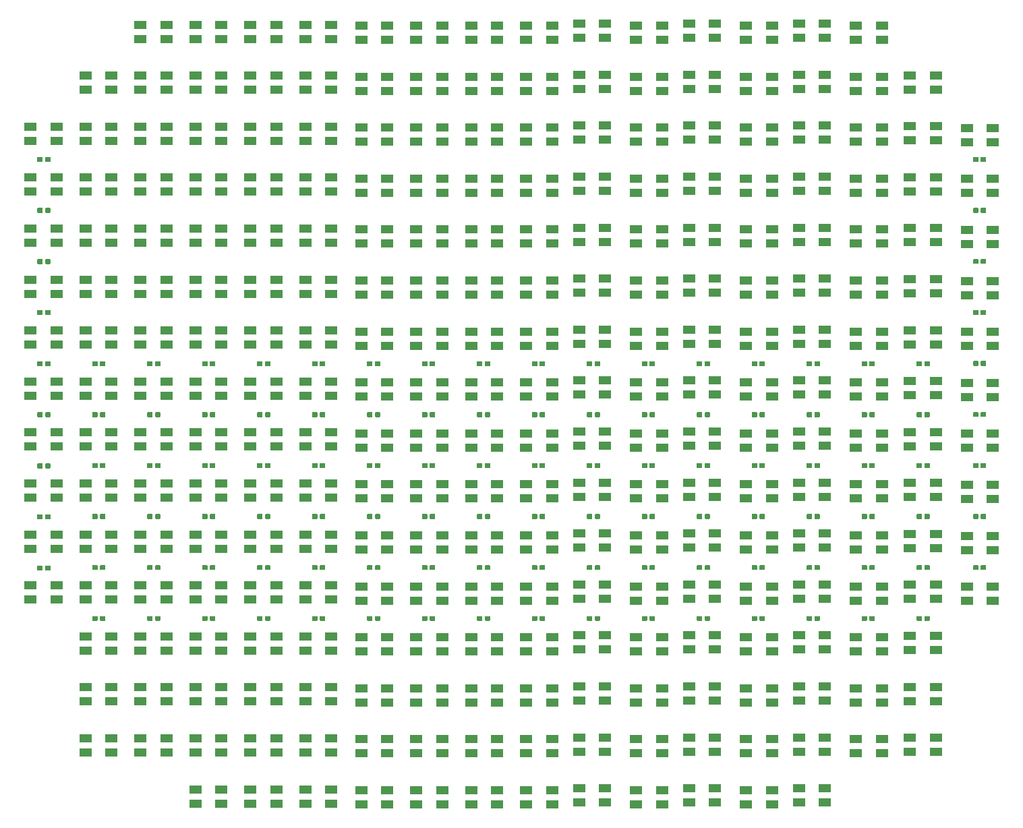
<source format=gtp>
G04 Layer name: Top Paste Mask Layer*
G04 Generated by EasyEDA v1.3.13.eb2668, 2021-11-16 08:35:18*
G04 Gerber Generator version 0.3*
G04 Scale: 100 percent, Rotated: No, Reflected: No*
G04 Dimensions in inches*
G04 Leading zeros omitted, absolute positions, 5 integers and 5 decimals*
%FSLAX55Y55*%
%MOIN*%
%ADD10C,0.0002*%
%ADD11R,0.0608X0.0393*%
G75*


G04 PolygonModel Start*
G36*
G01X-710Y-213610D02*
G01X-710Y-215390D01*
G01X-980Y-215580D01*
G01X-2870D01*
G01X-3070Y-215390D01*
G01Y-213610D01*
G01X-2870Y-213420D01*
G01X-980D01*
G01X-710Y-213610D01*
G37*
G54D10*
G01X-710Y-213610D02*
G01X-710Y-215390D01*
G01X-980Y-215580D01*
G01X-2870D01*
G01X-3070Y-215390D01*
G01Y-213610D01*
G01X-2870Y-213420D01*
G01X-980D01*
G01X-710Y-213610D01*
G36*
G01X3070Y-213610D02*
G01X3070Y-215390D01*
G01X2870Y-215580D01*
G01X980D01*
G01X710Y-215390D01*
G01Y-213610D01*
G01X980Y-213420D01*
G01X2870D01*
G01X3070Y-213610D01*
G37*
G01X3070Y-213610D02*
G01X3070Y-215390D01*
G01X2870Y-215580D01*
G01X980D01*
G01X710Y-215390D01*
G01Y-213610D01*
G01X980Y-213420D01*
G01X2870D01*
G01X3070Y-213610D01*
G36*
G01X-710Y-11610D02*
G01X-710Y-13390D01*
G01X-980Y-13580D01*
G01X-2870D01*
G01X-3070Y-13390D01*
G01Y-11610D01*
G01X-2870Y-11420D01*
G01X-980D01*
G01X-710Y-11610D01*
G37*
G01X-710Y-11610D02*
G01X-710Y-13390D01*
G01X-980Y-13580D01*
G01X-2870D01*
G01X-3070Y-13390D01*
G01Y-11610D01*
G01X-2870Y-11420D01*
G01X-980D01*
G01X-710Y-11610D01*
G36*
G01X3070Y-11610D02*
G01X3070Y-13390D01*
G01X2870Y-13580D01*
G01X980D01*
G01X710Y-13390D01*
G01Y-11610D01*
G01X980Y-11420D01*
G01X2870D01*
G01X3070Y-11610D01*
G37*
G01X3070Y-11610D02*
G01X3070Y-13390D01*
G01X2870Y-13580D01*
G01X980D01*
G01X710Y-13390D01*
G01Y-11610D01*
G01X980Y-11420D01*
G01X2870D01*
G01X3070Y-11610D01*
G36*
G01X-710Y-36860D02*
G01X-710Y-38640D01*
G01X-980Y-38830D01*
G01X-2870D01*
G01X-3070Y-38640D01*
G01Y-36860D01*
G01X-2870Y-36670D01*
G01X-980D01*
G01X-710Y-36860D01*
G37*
G01X-710Y-36860D02*
G01X-710Y-38640D01*
G01X-980Y-38830D01*
G01X-2870D01*
G01X-3070Y-38640D01*
G01Y-36860D01*
G01X-2870Y-36670D01*
G01X-980D01*
G01X-710Y-36860D01*
G36*
G01X3070Y-36860D02*
G01X3070Y-38640D01*
G01X2870Y-38830D01*
G01X980D01*
G01X710Y-38640D01*
G01Y-36860D01*
G01X980Y-36670D01*
G01X2870D01*
G01X3070Y-36860D01*
G37*
G01X3070Y-36860D02*
G01X3070Y-38640D01*
G01X2870Y-38830D01*
G01X980D01*
G01X710Y-38640D01*
G01Y-36860D01*
G01X980Y-36670D01*
G01X2870D01*
G01X3070Y-36860D01*
G36*
G01X-710Y-62110D02*
G01X-710Y-63890D01*
G01X-980Y-64080D01*
G01X-2870D01*
G01X-3070Y-63890D01*
G01Y-62110D01*
G01X-2870Y-61920D01*
G01X-980D01*
G01X-710Y-62110D01*
G37*
G01X-710Y-62110D02*
G01X-710Y-63890D01*
G01X-980Y-64080D01*
G01X-2870D01*
G01X-3070Y-63890D01*
G01Y-62110D01*
G01X-2870Y-61920D01*
G01X-980D01*
G01X-710Y-62110D01*
G36*
G01X3070Y-62110D02*
G01X3070Y-63890D01*
G01X2870Y-64080D01*
G01X980D01*
G01X710Y-63890D01*
G01Y-62110D01*
G01X980Y-61920D01*
G01X2870D01*
G01X3070Y-62110D01*
G37*
G01X3070Y-62110D02*
G01X3070Y-63890D01*
G01X2870Y-64080D01*
G01X980D01*
G01X710Y-63890D01*
G01Y-62110D01*
G01X980Y-61920D01*
G01X2870D01*
G01X3070Y-62110D01*
G36*
G01X-710Y-87360D02*
G01X-710Y-89140D01*
G01X-980Y-89330D01*
G01X-2870D01*
G01X-3070Y-89140D01*
G01Y-87360D01*
G01X-2870Y-87170D01*
G01X-980D01*
G01X-710Y-87360D01*
G37*
G01X-710Y-87360D02*
G01X-710Y-89140D01*
G01X-980Y-89330D01*
G01X-2870D01*
G01X-3070Y-89140D01*
G01Y-87360D01*
G01X-2870Y-87170D01*
G01X-980D01*
G01X-710Y-87360D01*
G36*
G01X3070Y-87360D02*
G01X3070Y-89140D01*
G01X2870Y-89330D01*
G01X980D01*
G01X710Y-89140D01*
G01Y-87360D01*
G01X980Y-87170D01*
G01X2870D01*
G01X3070Y-87360D01*
G37*
G01X3070Y-87360D02*
G01X3070Y-89140D01*
G01X2870Y-89330D01*
G01X980D01*
G01X710Y-89140D01*
G01Y-87360D01*
G01X980Y-87170D01*
G01X2870D01*
G01X3070Y-87360D01*
G36*
G01X-710Y-112610D02*
G01X-710Y-114390D01*
G01X-980Y-114580D01*
G01X-2870D01*
G01X-3070Y-114390D01*
G01Y-112610D01*
G01X-2870Y-112420D01*
G01X-980D01*
G01X-710Y-112610D01*
G37*
G01X-710Y-112610D02*
G01X-710Y-114390D01*
G01X-980Y-114580D01*
G01X-2870D01*
G01X-3070Y-114390D01*
G01Y-112610D01*
G01X-2870Y-112420D01*
G01X-980D01*
G01X-710Y-112610D01*
G36*
G01X3070Y-112610D02*
G01X3070Y-114390D01*
G01X2870Y-114580D01*
G01X980D01*
G01X710Y-114390D01*
G01Y-112610D01*
G01X980Y-112420D01*
G01X2870D01*
G01X3070Y-112610D01*
G37*
G01X3070Y-112610D02*
G01X3070Y-114390D01*
G01X2870Y-114580D01*
G01X980D01*
G01X710Y-114390D01*
G01Y-112610D01*
G01X980Y-112420D01*
G01X2870D01*
G01X3070Y-112610D01*
G36*
G01X-710Y-137860D02*
G01X-710Y-139640D01*
G01X-980Y-139830D01*
G01X-2870D01*
G01X-3070Y-139640D01*
G01Y-137860D01*
G01X-2870Y-137670D01*
G01X-980D01*
G01X-710Y-137860D01*
G37*
G01X-710Y-137860D02*
G01X-710Y-139640D01*
G01X-980Y-139830D01*
G01X-2870D01*
G01X-3070Y-139640D01*
G01Y-137860D01*
G01X-2870Y-137670D01*
G01X-980D01*
G01X-710Y-137860D01*
G36*
G01X3070Y-137860D02*
G01X3070Y-139640D01*
G01X2870Y-139830D01*
G01X980D01*
G01X710Y-139640D01*
G01Y-137860D01*
G01X980Y-137670D01*
G01X2870D01*
G01X3070Y-137860D01*
G37*
G01X3070Y-137860D02*
G01X3070Y-139640D01*
G01X2870Y-139830D01*
G01X980D01*
G01X710Y-139640D01*
G01Y-137860D01*
G01X980Y-137670D01*
G01X2870D01*
G01X3070Y-137860D01*
G36*
G01X-710Y-163110D02*
G01X-710Y-164890D01*
G01X-980Y-165080D01*
G01X-2870D01*
G01X-3070Y-164890D01*
G01Y-163110D01*
G01X-2870Y-162920D01*
G01X-980D01*
G01X-710Y-163110D01*
G37*
G01X-710Y-163110D02*
G01X-710Y-164890D01*
G01X-980Y-165080D01*
G01X-2870D01*
G01X-3070Y-164890D01*
G01Y-163110D01*
G01X-2870Y-162920D01*
G01X-980D01*
G01X-710Y-163110D01*
G36*
G01X3070Y-163110D02*
G01X3070Y-164890D01*
G01X2870Y-165080D01*
G01X980D01*
G01X710Y-164890D01*
G01Y-163110D01*
G01X980Y-162920D01*
G01X2870D01*
G01X3070Y-163110D01*
G37*
G01X3070Y-163110D02*
G01X3070Y-164890D01*
G01X2870Y-165080D01*
G01X980D01*
G01X710Y-164890D01*
G01Y-163110D01*
G01X980Y-162920D01*
G01X2870D01*
G01X3070Y-163110D01*
G36*
G01X-710Y-188360D02*
G01X-710Y-190140D01*
G01X-980Y-190330D01*
G01X-2870D01*
G01X-3070Y-190140D01*
G01Y-188360D01*
G01X-2870Y-188170D01*
G01X-980D01*
G01X-710Y-188360D01*
G37*
G01X-710Y-188360D02*
G01X-710Y-190140D01*
G01X-980Y-190330D01*
G01X-2870D01*
G01X-3070Y-190140D01*
G01Y-188360D01*
G01X-2870Y-188170D01*
G01X-980D01*
G01X-710Y-188360D01*
G36*
G01X3070Y-188360D02*
G01X3070Y-190140D01*
G01X2870Y-190330D01*
G01X980D01*
G01X710Y-190140D01*
G01Y-188360D01*
G01X980Y-188170D01*
G01X2870D01*
G01X3070Y-188360D01*
G37*
G01X3070Y-188360D02*
G01X3070Y-190140D01*
G01X2870Y-190330D01*
G01X980D01*
G01X710Y-190140D01*
G01Y-188360D01*
G01X980Y-188170D01*
G01X2870D01*
G01X3070Y-188360D01*
G36*
G01X27875Y-114390D02*
G01X27875Y-112610D01*
G01X28145Y-112420D01*
G01X30035D01*
G01X30235Y-112610D01*
G01Y-114390D01*
G01X30035Y-114580D01*
G01X28145D01*
G01X27875Y-114390D01*
G37*
G01X27875Y-114390D02*
G01X27875Y-112610D01*
G01X28145Y-112420D01*
G01X30035D01*
G01X30235Y-112610D01*
G01Y-114390D01*
G01X30035Y-114580D01*
G01X28145D01*
G01X27875Y-114390D01*
G36*
G01X24095Y-114390D02*
G01X24095Y-112610D01*
G01X24295Y-112420D01*
G01X26185D01*
G01X26455Y-112610D01*
G01Y-114390D01*
G01X26185Y-114580D01*
G01X24295D01*
G01X24095Y-114390D01*
G37*
G01X24095Y-114390D02*
G01X24095Y-112610D01*
G01X24295Y-112420D01*
G01X26185D01*
G01X26455Y-112610D01*
G01Y-114390D01*
G01X26185Y-114580D01*
G01X24295D01*
G01X24095Y-114390D01*
G36*
G01X53621Y-112610D02*
G01X53621Y-114390D01*
G01X53351Y-114580D01*
G01X51461D01*
G01X51261Y-114390D01*
G01Y-112610D01*
G01X51461Y-112420D01*
G01X53351D01*
G01X53621Y-112610D01*
G37*
G01X53621Y-112610D02*
G01X53621Y-114390D01*
G01X53351Y-114580D01*
G01X51461D01*
G01X51261Y-114390D01*
G01Y-112610D01*
G01X51461Y-112420D01*
G01X53351D01*
G01X53621Y-112610D01*
G36*
G01X57401Y-112610D02*
G01X57401Y-114390D01*
G01X57201Y-114580D01*
G01X55311D01*
G01X55041Y-114390D01*
G01Y-112610D01*
G01X55311Y-112420D01*
G01X57201D01*
G01X57401Y-112610D01*
G37*
G01X57401Y-112610D02*
G01X57401Y-114390D01*
G01X57201Y-114580D01*
G01X55311D01*
G01X55041Y-114390D01*
G01Y-112610D01*
G01X55311Y-112420D01*
G01X57201D01*
G01X57401Y-112610D01*
G36*
G01X353860Y-240374D02*
G01X353860Y-238594D01*
G01X354130Y-238404D01*
G01X356020D01*
G01X356220Y-238594D01*
G01Y-240374D01*
G01X356020Y-240564D01*
G01X354130D01*
G01X353860Y-240374D01*
G37*
G01X353860Y-240374D02*
G01X353860Y-238594D01*
G01X354130Y-238404D01*
G01X356020D01*
G01X356220Y-238594D01*
G01Y-240374D01*
G01X356020Y-240564D01*
G01X354130D01*
G01X353860Y-240374D01*
G36*
G01X350080Y-240374D02*
G01X350080Y-238594D01*
G01X350280Y-238404D01*
G01X352170D01*
G01X352440Y-238594D01*
G01Y-240374D01*
G01X352170Y-240564D01*
G01X350280D01*
G01X350080Y-240374D01*
G37*
G01X350080Y-240374D02*
G01X350080Y-238594D01*
G01X350280Y-238404D01*
G01X352170D01*
G01X352440Y-238594D01*
G01Y-240374D01*
G01X352170Y-240564D01*
G01X350280D01*
G01X350080Y-240374D01*
G36*
G01X107951Y-112610D02*
G01X107951Y-114390D01*
G01X107681Y-114580D01*
G01X105791D01*
G01X105591Y-114390D01*
G01Y-112610D01*
G01X105791Y-112420D01*
G01X107681D01*
G01X107951Y-112610D01*
G37*
G01X107951Y-112610D02*
G01X107951Y-114390D01*
G01X107681Y-114580D01*
G01X105791D01*
G01X105591Y-114390D01*
G01Y-112610D01*
G01X105791Y-112420D01*
G01X107681D01*
G01X107951Y-112610D01*
G36*
G01X111731Y-112610D02*
G01X111731Y-114390D01*
G01X111531Y-114580D01*
G01X109641D01*
G01X109371Y-114390D01*
G01Y-112610D01*
G01X109641Y-112420D01*
G01X111531D01*
G01X111731Y-112610D01*
G37*
G01X111731Y-112610D02*
G01X111731Y-114390D01*
G01X111531Y-114580D01*
G01X109641D01*
G01X109371Y-114390D01*
G01Y-112610D01*
G01X109641Y-112420D01*
G01X111531D01*
G01X111731Y-112610D01*
G36*
G01X299529Y-240374D02*
G01X299529Y-238594D01*
G01X299799Y-238404D01*
G01X301689D01*
G01X301889Y-238594D01*
G01Y-240374D01*
G01X301689Y-240564D01*
G01X299799D01*
G01X299529Y-240374D01*
G37*
G01X299529Y-240374D02*
G01X299529Y-238594D01*
G01X299799Y-238404D01*
G01X301689D01*
G01X301889Y-238594D01*
G01Y-240374D01*
G01X301689Y-240564D01*
G01X299799D01*
G01X299529Y-240374D01*
G36*
G01X295749Y-240374D02*
G01X295749Y-238594D01*
G01X295949Y-238404D01*
G01X297839D01*
G01X298109Y-238594D01*
G01Y-240374D01*
G01X297839Y-240564D01*
G01X295949D01*
G01X295749Y-240374D01*
G37*
G01X295749Y-240374D02*
G01X295749Y-238594D01*
G01X295949Y-238404D01*
G01X297839D01*
G01X298109Y-238594D01*
G01Y-240374D01*
G01X297839Y-240564D01*
G01X295949D01*
G01X295749Y-240374D01*
G36*
G01X162282Y-112610D02*
G01X162282Y-114390D01*
G01X162012Y-114580D01*
G01X160122D01*
G01X159922Y-114390D01*
G01Y-112610D01*
G01X160122Y-112420D01*
G01X162012D01*
G01X162282Y-112610D01*
G37*
G01X162282Y-112610D02*
G01X162282Y-114390D01*
G01X162012Y-114580D01*
G01X160122D01*
G01X159922Y-114390D01*
G01Y-112610D01*
G01X160122Y-112420D01*
G01X162012D01*
G01X162282Y-112610D01*
G36*
G01X166062Y-112610D02*
G01X166062Y-114390D01*
G01X165862Y-114580D01*
G01X163972D01*
G01X163702Y-114390D01*
G01Y-112610D01*
G01X163972Y-112420D01*
G01X165862D01*
G01X166062Y-112610D01*
G37*
G01X166062Y-112610D02*
G01X166062Y-114390D01*
G01X165862Y-114580D01*
G01X163972D01*
G01X163702Y-114390D01*
G01Y-112610D01*
G01X163972Y-112420D01*
G01X165862D01*
G01X166062Y-112610D01*
G36*
G01X245198Y-240374D02*
G01X245198Y-238594D01*
G01X245468Y-238404D01*
G01X247358D01*
G01X247558Y-238594D01*
G01Y-240374D01*
G01X247358Y-240564D01*
G01X245468D01*
G01X245198Y-240374D01*
G37*
G01X245198Y-240374D02*
G01X245198Y-238594D01*
G01X245468Y-238404D01*
G01X247358D01*
G01X247558Y-238594D01*
G01Y-240374D01*
G01X247358Y-240564D01*
G01X245468D01*
G01X245198Y-240374D01*
G36*
G01X241418Y-240374D02*
G01X241418Y-238594D01*
G01X241618Y-238404D01*
G01X243508D01*
G01X243778Y-238594D01*
G01Y-240374D01*
G01X243508Y-240564D01*
G01X241618D01*
G01X241418Y-240374D01*
G37*
G01X241418Y-240374D02*
G01X241418Y-238594D01*
G01X241618Y-238404D01*
G01X243508D01*
G01X243778Y-238594D01*
G01Y-240374D01*
G01X243508Y-240564D01*
G01X241618D01*
G01X241418Y-240374D01*
G36*
G01X216613Y-112610D02*
G01X216613Y-114390D01*
G01X216343Y-114580D01*
G01X214453D01*
G01X214253Y-114390D01*
G01Y-112610D01*
G01X214453Y-112420D01*
G01X216343D01*
G01X216613Y-112610D01*
G37*
G01X216613Y-112610D02*
G01X216613Y-114390D01*
G01X216343Y-114580D01*
G01X214453D01*
G01X214253Y-114390D01*
G01Y-112610D01*
G01X214453Y-112420D01*
G01X216343D01*
G01X216613Y-112610D01*
G36*
G01X220393Y-112610D02*
G01X220393Y-114390D01*
G01X220193Y-114580D01*
G01X218303D01*
G01X218033Y-114390D01*
G01Y-112610D01*
G01X218303Y-112420D01*
G01X220193D01*
G01X220393Y-112610D01*
G37*
G01X220393Y-112610D02*
G01X220393Y-114390D01*
G01X220193Y-114580D01*
G01X218303D01*
G01X218033Y-114390D01*
G01Y-112610D01*
G01X218303Y-112420D01*
G01X220193D01*
G01X220393Y-112610D01*
G36*
G01X190867Y-240374D02*
G01X190867Y-238594D01*
G01X191137Y-238404D01*
G01X193027D01*
G01X193227Y-238594D01*
G01Y-240374D01*
G01X193027Y-240564D01*
G01X191137D01*
G01X190867Y-240374D01*
G37*
G01X190867Y-240374D02*
G01X190867Y-238594D01*
G01X191137Y-238404D01*
G01X193027D01*
G01X193227Y-238594D01*
G01Y-240374D01*
G01X193027Y-240564D01*
G01X191137D01*
G01X190867Y-240374D01*
G36*
G01X187087Y-240374D02*
G01X187087Y-238594D01*
G01X187287Y-238404D01*
G01X189177D01*
G01X189447Y-238594D01*
G01Y-240374D01*
G01X189177Y-240564D01*
G01X187287D01*
G01X187087Y-240374D01*
G37*
G01X187087Y-240374D02*
G01X187087Y-238594D01*
G01X187287Y-238404D01*
G01X189177D01*
G01X189447Y-238594D01*
G01Y-240374D01*
G01X189177Y-240564D01*
G01X187287D01*
G01X187087Y-240374D01*
G36*
G01X270944Y-112610D02*
G01X270944Y-114390D01*
G01X270674Y-114580D01*
G01X268784D01*
G01X268584Y-114390D01*
G01Y-112610D01*
G01X268784Y-112420D01*
G01X270674D01*
G01X270944Y-112610D01*
G37*
G01X270944Y-112610D02*
G01X270944Y-114390D01*
G01X270674Y-114580D01*
G01X268784D01*
G01X268584Y-114390D01*
G01Y-112610D01*
G01X268784Y-112420D01*
G01X270674D01*
G01X270944Y-112610D01*
G36*
G01X274724Y-112610D02*
G01X274724Y-114390D01*
G01X274524Y-114580D01*
G01X272634D01*
G01X272364Y-114390D01*
G01Y-112610D01*
G01X272634Y-112420D01*
G01X274524D01*
G01X274724Y-112610D01*
G37*
G01X274724Y-112610D02*
G01X274724Y-114390D01*
G01X274524Y-114580D01*
G01X272634D01*
G01X272364Y-114390D01*
G01Y-112610D01*
G01X272634Y-112420D01*
G01X274524D01*
G01X274724Y-112610D01*
G36*
G01X136537Y-240374D02*
G01X136537Y-238594D01*
G01X136807Y-238404D01*
G01X138697D01*
G01X138897Y-238594D01*
G01Y-240374D01*
G01X138697Y-240564D01*
G01X136807D01*
G01X136537Y-240374D01*
G37*
G01X136537Y-240374D02*
G01X136537Y-238594D01*
G01X136807Y-238404D01*
G01X138697D01*
G01X138897Y-238594D01*
G01Y-240374D01*
G01X138697Y-240564D01*
G01X136807D01*
G01X136537Y-240374D01*
G36*
G01X132757Y-240374D02*
G01X132757Y-238594D01*
G01X132957Y-238404D01*
G01X134847D01*
G01X135117Y-238594D01*
G01Y-240374D01*
G01X134847Y-240564D01*
G01X132957D01*
G01X132757Y-240374D01*
G37*
G01X132757Y-240374D02*
G01X132757Y-238594D01*
G01X132957Y-238404D01*
G01X134847D01*
G01X135117Y-238594D01*
G01Y-240374D01*
G01X134847Y-240564D01*
G01X132957D01*
G01X132757Y-240374D01*
G36*
G01X325274Y-112610D02*
G01X325274Y-114390D01*
G01X325004Y-114580D01*
G01X323114D01*
G01X322914Y-114390D01*
G01Y-112610D01*
G01X323114Y-112420D01*
G01X325004D01*
G01X325274Y-112610D01*
G37*
G01X325274Y-112610D02*
G01X325274Y-114390D01*
G01X325004Y-114580D01*
G01X323114D01*
G01X322914Y-114390D01*
G01Y-112610D01*
G01X323114Y-112420D01*
G01X325004D01*
G01X325274Y-112610D01*
G36*
G01X329054Y-112610D02*
G01X329054Y-114390D01*
G01X328854Y-114580D01*
G01X326964D01*
G01X326694Y-114390D01*
G01Y-112610D01*
G01X326964Y-112420D01*
G01X328854D01*
G01X329054Y-112610D01*
G37*
G01X329054Y-112610D02*
G01X329054Y-114390D01*
G01X328854Y-114580D01*
G01X326964D01*
G01X326694Y-114390D01*
G01Y-112610D01*
G01X326964Y-112420D01*
G01X328854D01*
G01X329054Y-112610D01*
G36*
G01X82206Y-240374D02*
G01X82206Y-238594D01*
G01X82476Y-238404D01*
G01X84366D01*
G01X84566Y-238594D01*
G01Y-240374D01*
G01X84366Y-240564D01*
G01X82476D01*
G01X82206Y-240374D01*
G37*
G01X82206Y-240374D02*
G01X82206Y-238594D01*
G01X82476Y-238404D01*
G01X84366D01*
G01X84566Y-238594D01*
G01Y-240374D01*
G01X84366Y-240564D01*
G01X82476D01*
G01X82206Y-240374D01*
G36*
G01X78426Y-240374D02*
G01X78426Y-238594D01*
G01X78626Y-238404D01*
G01X80516D01*
G01X80786Y-238594D01*
G01Y-240374D01*
G01X80516Y-240564D01*
G01X78626D01*
G01X78426Y-240374D01*
G37*
G01X78426Y-240374D02*
G01X78426Y-238594D01*
G01X78626Y-238404D01*
G01X80516D01*
G01X80786Y-238594D01*
G01Y-240374D01*
G01X80516Y-240564D01*
G01X78626D01*
G01X78426Y-240374D01*
G36*
G01X379605Y-112610D02*
G01X379605Y-114390D01*
G01X379335Y-114580D01*
G01X377445D01*
G01X377245Y-114390D01*
G01Y-112610D01*
G01X377445Y-112420D01*
G01X379335D01*
G01X379605Y-112610D01*
G37*
G01X379605Y-112610D02*
G01X379605Y-114390D01*
G01X379335Y-114580D01*
G01X377445D01*
G01X377245Y-114390D01*
G01Y-112610D01*
G01X377445Y-112420D01*
G01X379335D01*
G01X379605Y-112610D01*
G36*
G01X383385Y-112610D02*
G01X383385Y-114390D01*
G01X383185Y-114580D01*
G01X381295D01*
G01X381025Y-114390D01*
G01Y-112610D01*
G01X381295Y-112420D01*
G01X383185D01*
G01X383385Y-112610D01*
G37*
G01X383385Y-112610D02*
G01X383385Y-114390D01*
G01X383185Y-114580D01*
G01X381295D01*
G01X381025Y-114390D01*
G01Y-112610D01*
G01X381295Y-112420D01*
G01X383185D01*
G01X383385Y-112610D01*
G36*
G01X408190Y-240374D02*
G01X408190Y-238594D01*
G01X408460Y-238404D01*
G01X410350D01*
G01X410550Y-238594D01*
G01Y-240374D01*
G01X410350Y-240564D01*
G01X408460D01*
G01X408190Y-240374D01*
G37*
G01X408190Y-240374D02*
G01X408190Y-238594D01*
G01X408460Y-238404D01*
G01X410350D01*
G01X410550Y-238594D01*
G01Y-240374D01*
G01X410350Y-240564D01*
G01X408460D01*
G01X408190Y-240374D01*
G36*
G01X404410Y-240374D02*
G01X404410Y-238594D01*
G01X404610Y-238404D01*
G01X406500D01*
G01X406770Y-238594D01*
G01Y-240374D01*
G01X406500Y-240564D01*
G01X404610D01*
G01X404410Y-240374D01*
G37*
G01X404410Y-240374D02*
G01X404410Y-238594D01*
G01X404610Y-238404D01*
G01X406500D01*
G01X406770Y-238594D01*
G01Y-240374D01*
G01X406500Y-240564D01*
G01X404610D01*
G01X404410Y-240374D01*
G36*
G01X433936Y-112610D02*
G01X433936Y-114390D01*
G01X433666Y-114580D01*
G01X431776D01*
G01X431576Y-114390D01*
G01Y-112610D01*
G01X431776Y-112420D01*
G01X433666D01*
G01X433936Y-112610D01*
G37*
G01X433936Y-112610D02*
G01X433936Y-114390D01*
G01X433666Y-114580D01*
G01X431776D01*
G01X431576Y-114390D01*
G01Y-112610D01*
G01X431776Y-112420D01*
G01X433666D01*
G01X433936Y-112610D01*
G36*
G01X437716Y-112610D02*
G01X437716Y-114390D01*
G01X437516Y-114580D01*
G01X435626D01*
G01X435356Y-114390D01*
G01Y-112610D01*
G01X435626Y-112420D01*
G01X437516D01*
G01X437716Y-112610D01*
G37*
G01X437716Y-112610D02*
G01X437716Y-114390D01*
G01X437516Y-114580D01*
G01X435626D01*
G01X435356Y-114390D01*
G01Y-112610D01*
G01X435626Y-112420D01*
G01X437516D01*
G01X437716Y-112610D01*
G36*
G01X27875Y-139587D02*
G01X27875Y-137807D01*
G01X28145Y-137617D01*
G01X30035D01*
G01X30235Y-137807D01*
G01Y-139587D01*
G01X30035Y-139777D01*
G01X28145D01*
G01X27875Y-139587D01*
G37*
G01X27875Y-139587D02*
G01X27875Y-137807D01*
G01X28145Y-137617D01*
G01X30035D01*
G01X30235Y-137807D01*
G01Y-139587D01*
G01X30035Y-139777D01*
G01X28145D01*
G01X27875Y-139587D01*
G36*
G01X24095Y-139587D02*
G01X24095Y-137807D01*
G01X24295Y-137617D01*
G01X26185D01*
G01X26455Y-137807D01*
G01Y-139587D01*
G01X26185Y-139777D01*
G01X24295D01*
G01X24095Y-139587D01*
G37*
G01X24095Y-139587D02*
G01X24095Y-137807D01*
G01X24295Y-137617D01*
G01X26185D01*
G01X26455Y-137807D01*
G01Y-139587D01*
G01X26185Y-139777D01*
G01X24295D01*
G01X24095Y-139587D01*
G36*
G01X53621Y-137807D02*
G01X53621Y-139587D01*
G01X53351Y-139777D01*
G01X51461D01*
G01X51261Y-139587D01*
G01Y-137807D01*
G01X51461Y-137617D01*
G01X53351D01*
G01X53621Y-137807D01*
G37*
G01X53621Y-137807D02*
G01X53621Y-139587D01*
G01X53351Y-139777D01*
G01X51461D01*
G01X51261Y-139587D01*
G01Y-137807D01*
G01X51461Y-137617D01*
G01X53351D01*
G01X53621Y-137807D01*
G36*
G01X57401Y-137807D02*
G01X57401Y-139587D01*
G01X57201Y-139777D01*
G01X55311D01*
G01X55041Y-139587D01*
G01Y-137807D01*
G01X55311Y-137617D01*
G01X57201D01*
G01X57401Y-137807D01*
G37*
G01X57401Y-137807D02*
G01X57401Y-139587D01*
G01X57201Y-139777D01*
G01X55311D01*
G01X55041Y-139587D01*
G01Y-137807D01*
G01X55311Y-137617D01*
G01X57201D01*
G01X57401Y-137807D01*
G36*
G01X353860Y-215177D02*
G01X353860Y-213397D01*
G01X354130Y-213207D01*
G01X356020D01*
G01X356220Y-213397D01*
G01Y-215177D01*
G01X356020Y-215367D01*
G01X354130D01*
G01X353860Y-215177D01*
G37*
G01X353860Y-215177D02*
G01X353860Y-213397D01*
G01X354130Y-213207D01*
G01X356020D01*
G01X356220Y-213397D01*
G01Y-215177D01*
G01X356020Y-215367D01*
G01X354130D01*
G01X353860Y-215177D01*
G36*
G01X350080Y-215177D02*
G01X350080Y-213397D01*
G01X350280Y-213207D01*
G01X352170D01*
G01X352440Y-213397D01*
G01Y-215177D01*
G01X352170Y-215367D01*
G01X350280D01*
G01X350080Y-215177D01*
G37*
G01X350080Y-215177D02*
G01X350080Y-213397D01*
G01X350280Y-213207D01*
G01X352170D01*
G01X352440Y-213397D01*
G01Y-215177D01*
G01X352170Y-215367D01*
G01X350280D01*
G01X350080Y-215177D01*
G36*
G01X107951Y-137807D02*
G01X107951Y-139587D01*
G01X107681Y-139777D01*
G01X105791D01*
G01X105591Y-139587D01*
G01Y-137807D01*
G01X105791Y-137617D01*
G01X107681D01*
G01X107951Y-137807D01*
G37*
G01X107951Y-137807D02*
G01X107951Y-139587D01*
G01X107681Y-139777D01*
G01X105791D01*
G01X105591Y-139587D01*
G01Y-137807D01*
G01X105791Y-137617D01*
G01X107681D01*
G01X107951Y-137807D01*
G36*
G01X111731Y-137807D02*
G01X111731Y-139587D01*
G01X111531Y-139777D01*
G01X109641D01*
G01X109371Y-139587D01*
G01Y-137807D01*
G01X109641Y-137617D01*
G01X111531D01*
G01X111731Y-137807D01*
G37*
G01X111731Y-137807D02*
G01X111731Y-139587D01*
G01X111531Y-139777D01*
G01X109641D01*
G01X109371Y-139587D01*
G01Y-137807D01*
G01X109641Y-137617D01*
G01X111531D01*
G01X111731Y-137807D01*
G36*
G01X299529Y-215177D02*
G01X299529Y-213397D01*
G01X299799Y-213207D01*
G01X301689D01*
G01X301889Y-213397D01*
G01Y-215177D01*
G01X301689Y-215367D01*
G01X299799D01*
G01X299529Y-215177D01*
G37*
G01X299529Y-215177D02*
G01X299529Y-213397D01*
G01X299799Y-213207D01*
G01X301689D01*
G01X301889Y-213397D01*
G01Y-215177D01*
G01X301689Y-215367D01*
G01X299799D01*
G01X299529Y-215177D01*
G36*
G01X295749Y-215177D02*
G01X295749Y-213397D01*
G01X295949Y-213207D01*
G01X297839D01*
G01X298109Y-213397D01*
G01Y-215177D01*
G01X297839Y-215367D01*
G01X295949D01*
G01X295749Y-215177D01*
G37*
G01X295749Y-215177D02*
G01X295749Y-213397D01*
G01X295949Y-213207D01*
G01X297839D01*
G01X298109Y-213397D01*
G01Y-215177D01*
G01X297839Y-215367D01*
G01X295949D01*
G01X295749Y-215177D01*
G36*
G01X162282Y-137807D02*
G01X162282Y-139587D01*
G01X162012Y-139777D01*
G01X160122D01*
G01X159922Y-139587D01*
G01Y-137807D01*
G01X160122Y-137617D01*
G01X162012D01*
G01X162282Y-137807D01*
G37*
G01X162282Y-137807D02*
G01X162282Y-139587D01*
G01X162012Y-139777D01*
G01X160122D01*
G01X159922Y-139587D01*
G01Y-137807D01*
G01X160122Y-137617D01*
G01X162012D01*
G01X162282Y-137807D01*
G36*
G01X166062Y-137807D02*
G01X166062Y-139587D01*
G01X165862Y-139777D01*
G01X163972D01*
G01X163702Y-139587D01*
G01Y-137807D01*
G01X163972Y-137617D01*
G01X165862D01*
G01X166062Y-137807D01*
G37*
G01X166062Y-137807D02*
G01X166062Y-139587D01*
G01X165862Y-139777D01*
G01X163972D01*
G01X163702Y-139587D01*
G01Y-137807D01*
G01X163972Y-137617D01*
G01X165862D01*
G01X166062Y-137807D01*
G36*
G01X245198Y-215177D02*
G01X245198Y-213397D01*
G01X245468Y-213207D01*
G01X247358D01*
G01X247558Y-213397D01*
G01Y-215177D01*
G01X247358Y-215367D01*
G01X245468D01*
G01X245198Y-215177D01*
G37*
G01X245198Y-215177D02*
G01X245198Y-213397D01*
G01X245468Y-213207D01*
G01X247358D01*
G01X247558Y-213397D01*
G01Y-215177D01*
G01X247358Y-215367D01*
G01X245468D01*
G01X245198Y-215177D01*
G36*
G01X241418Y-215177D02*
G01X241418Y-213397D01*
G01X241618Y-213207D01*
G01X243508D01*
G01X243778Y-213397D01*
G01Y-215177D01*
G01X243508Y-215367D01*
G01X241618D01*
G01X241418Y-215177D01*
G37*
G01X241418Y-215177D02*
G01X241418Y-213397D01*
G01X241618Y-213207D01*
G01X243508D01*
G01X243778Y-213397D01*
G01Y-215177D01*
G01X243508Y-215367D01*
G01X241618D01*
G01X241418Y-215177D01*
G36*
G01X216613Y-137807D02*
G01X216613Y-139587D01*
G01X216343Y-139777D01*
G01X214453D01*
G01X214253Y-139587D01*
G01Y-137807D01*
G01X214453Y-137617D01*
G01X216343D01*
G01X216613Y-137807D01*
G37*
G01X216613Y-137807D02*
G01X216613Y-139587D01*
G01X216343Y-139777D01*
G01X214453D01*
G01X214253Y-139587D01*
G01Y-137807D01*
G01X214453Y-137617D01*
G01X216343D01*
G01X216613Y-137807D01*
G36*
G01X220393Y-137807D02*
G01X220393Y-139587D01*
G01X220193Y-139777D01*
G01X218303D01*
G01X218033Y-139587D01*
G01Y-137807D01*
G01X218303Y-137617D01*
G01X220193D01*
G01X220393Y-137807D01*
G37*
G01X220393Y-137807D02*
G01X220393Y-139587D01*
G01X220193Y-139777D01*
G01X218303D01*
G01X218033Y-139587D01*
G01Y-137807D01*
G01X218303Y-137617D01*
G01X220193D01*
G01X220393Y-137807D01*
G36*
G01X190867Y-215177D02*
G01X190867Y-213397D01*
G01X191137Y-213207D01*
G01X193027D01*
G01X193227Y-213397D01*
G01Y-215177D01*
G01X193027Y-215367D01*
G01X191137D01*
G01X190867Y-215177D01*
G37*
G01X190867Y-215177D02*
G01X190867Y-213397D01*
G01X191137Y-213207D01*
G01X193027D01*
G01X193227Y-213397D01*
G01Y-215177D01*
G01X193027Y-215367D01*
G01X191137D01*
G01X190867Y-215177D01*
G36*
G01X187087Y-215177D02*
G01X187087Y-213397D01*
G01X187287Y-213207D01*
G01X189177D01*
G01X189447Y-213397D01*
G01Y-215177D01*
G01X189177Y-215367D01*
G01X187287D01*
G01X187087Y-215177D01*
G37*
G01X187087Y-215177D02*
G01X187087Y-213397D01*
G01X187287Y-213207D01*
G01X189177D01*
G01X189447Y-213397D01*
G01Y-215177D01*
G01X189177Y-215367D01*
G01X187287D01*
G01X187087Y-215177D01*
G36*
G01X270944Y-137807D02*
G01X270944Y-139587D01*
G01X270674Y-139777D01*
G01X268784D01*
G01X268584Y-139587D01*
G01Y-137807D01*
G01X268784Y-137617D01*
G01X270674D01*
G01X270944Y-137807D01*
G37*
G01X270944Y-137807D02*
G01X270944Y-139587D01*
G01X270674Y-139777D01*
G01X268784D01*
G01X268584Y-139587D01*
G01Y-137807D01*
G01X268784Y-137617D01*
G01X270674D01*
G01X270944Y-137807D01*
G36*
G01X274724Y-137807D02*
G01X274724Y-139587D01*
G01X274524Y-139777D01*
G01X272634D01*
G01X272364Y-139587D01*
G01Y-137807D01*
G01X272634Y-137617D01*
G01X274524D01*
G01X274724Y-137807D01*
G37*
G01X274724Y-137807D02*
G01X274724Y-139587D01*
G01X274524Y-139777D01*
G01X272634D01*
G01X272364Y-139587D01*
G01Y-137807D01*
G01X272634Y-137617D01*
G01X274524D01*
G01X274724Y-137807D01*
G36*
G01X136537Y-215177D02*
G01X136537Y-213397D01*
G01X136807Y-213207D01*
G01X138697D01*
G01X138897Y-213397D01*
G01Y-215177D01*
G01X138697Y-215367D01*
G01X136807D01*
G01X136537Y-215177D01*
G37*
G01X136537Y-215177D02*
G01X136537Y-213397D01*
G01X136807Y-213207D01*
G01X138697D01*
G01X138897Y-213397D01*
G01Y-215177D01*
G01X138697Y-215367D01*
G01X136807D01*
G01X136537Y-215177D01*
G36*
G01X132757Y-215177D02*
G01X132757Y-213397D01*
G01X132957Y-213207D01*
G01X134847D01*
G01X135117Y-213397D01*
G01Y-215177D01*
G01X134847Y-215367D01*
G01X132957D01*
G01X132757Y-215177D01*
G37*
G01X132757Y-215177D02*
G01X132757Y-213397D01*
G01X132957Y-213207D01*
G01X134847D01*
G01X135117Y-213397D01*
G01Y-215177D01*
G01X134847Y-215367D01*
G01X132957D01*
G01X132757Y-215177D01*
G36*
G01X325274Y-137807D02*
G01X325274Y-139587D01*
G01X325004Y-139777D01*
G01X323114D01*
G01X322914Y-139587D01*
G01Y-137807D01*
G01X323114Y-137617D01*
G01X325004D01*
G01X325274Y-137807D01*
G37*
G01X325274Y-137807D02*
G01X325274Y-139587D01*
G01X325004Y-139777D01*
G01X323114D01*
G01X322914Y-139587D01*
G01Y-137807D01*
G01X323114Y-137617D01*
G01X325004D01*
G01X325274Y-137807D01*
G36*
G01X329054Y-137807D02*
G01X329054Y-139587D01*
G01X328854Y-139777D01*
G01X326964D01*
G01X326694Y-139587D01*
G01Y-137807D01*
G01X326964Y-137617D01*
G01X328854D01*
G01X329054Y-137807D01*
G37*
G01X329054Y-137807D02*
G01X329054Y-139587D01*
G01X328854Y-139777D01*
G01X326964D01*
G01X326694Y-139587D01*
G01Y-137807D01*
G01X326964Y-137617D01*
G01X328854D01*
G01X329054Y-137807D01*
G36*
G01X82206Y-215177D02*
G01X82206Y-213397D01*
G01X82476Y-213207D01*
G01X84366D01*
G01X84566Y-213397D01*
G01Y-215177D01*
G01X84366Y-215367D01*
G01X82476D01*
G01X82206Y-215177D01*
G37*
G01X82206Y-215177D02*
G01X82206Y-213397D01*
G01X82476Y-213207D01*
G01X84366D01*
G01X84566Y-213397D01*
G01Y-215177D01*
G01X84366Y-215367D01*
G01X82476D01*
G01X82206Y-215177D01*
G36*
G01X78426Y-215177D02*
G01X78426Y-213397D01*
G01X78626Y-213207D01*
G01X80516D01*
G01X80786Y-213397D01*
G01Y-215177D01*
G01X80516Y-215367D01*
G01X78626D01*
G01X78426Y-215177D01*
G37*
G01X78426Y-215177D02*
G01X78426Y-213397D01*
G01X78626Y-213207D01*
G01X80516D01*
G01X80786Y-213397D01*
G01Y-215177D01*
G01X80516Y-215367D01*
G01X78626D01*
G01X78426Y-215177D01*
G36*
G01X379605Y-137807D02*
G01X379605Y-139587D01*
G01X379335Y-139777D01*
G01X377445D01*
G01X377245Y-139587D01*
G01Y-137807D01*
G01X377445Y-137617D01*
G01X379335D01*
G01X379605Y-137807D01*
G37*
G01X379605Y-137807D02*
G01X379605Y-139587D01*
G01X379335Y-139777D01*
G01X377445D01*
G01X377245Y-139587D01*
G01Y-137807D01*
G01X377445Y-137617D01*
G01X379335D01*
G01X379605Y-137807D01*
G36*
G01X383385Y-137807D02*
G01X383385Y-139587D01*
G01X383185Y-139777D01*
G01X381295D01*
G01X381025Y-139587D01*
G01Y-137807D01*
G01X381295Y-137617D01*
G01X383185D01*
G01X383385Y-137807D01*
G37*
G01X383385Y-137807D02*
G01X383385Y-139587D01*
G01X383185Y-139777D01*
G01X381295D01*
G01X381025Y-139587D01*
G01Y-137807D01*
G01X381295Y-137617D01*
G01X383185D01*
G01X383385Y-137807D01*
G36*
G01X408190Y-215177D02*
G01X408190Y-213397D01*
G01X408460Y-213207D01*
G01X410350D01*
G01X410550Y-213397D01*
G01Y-215177D01*
G01X410350Y-215367D01*
G01X408460D01*
G01X408190Y-215177D01*
G37*
G01X408190Y-215177D02*
G01X408190Y-213397D01*
G01X408460Y-213207D01*
G01X410350D01*
G01X410550Y-213397D01*
G01Y-215177D01*
G01X410350Y-215367D01*
G01X408460D01*
G01X408190Y-215177D01*
G36*
G01X404410Y-215177D02*
G01X404410Y-213397D01*
G01X404610Y-213207D01*
G01X406500D01*
G01X406770Y-213397D01*
G01Y-215177D01*
G01X406500Y-215367D01*
G01X404610D01*
G01X404410Y-215177D01*
G37*
G01X404410Y-215177D02*
G01X404410Y-213397D01*
G01X404610Y-213207D01*
G01X406500D01*
G01X406770Y-213397D01*
G01Y-215177D01*
G01X406500Y-215367D01*
G01X404610D01*
G01X404410Y-215177D01*
G36*
G01X433936Y-137807D02*
G01X433936Y-139587D01*
G01X433666Y-139777D01*
G01X431776D01*
G01X431576Y-139587D01*
G01Y-137807D01*
G01X431776Y-137617D01*
G01X433666D01*
G01X433936Y-137807D01*
G37*
G01X433936Y-137807D02*
G01X433936Y-139587D01*
G01X433666Y-139777D01*
G01X431776D01*
G01X431576Y-139587D01*
G01Y-137807D01*
G01X431776Y-137617D01*
G01X433666D01*
G01X433936Y-137807D01*
G36*
G01X437716Y-137807D02*
G01X437716Y-139587D01*
G01X437516Y-139777D01*
G01X435626D01*
G01X435356Y-139587D01*
G01Y-137807D01*
G01X435626Y-137617D01*
G01X437516D01*
G01X437716Y-137807D01*
G37*
G01X437716Y-137807D02*
G01X437716Y-139587D01*
G01X437516Y-139777D01*
G01X435626D01*
G01X435356Y-139587D01*
G01Y-137807D01*
G01X435626Y-137617D01*
G01X437516D01*
G01X437716Y-137807D01*
G36*
G01X27875Y-164784D02*
G01X27875Y-163004D01*
G01X28145Y-162814D01*
G01X30035D01*
G01X30235Y-163004D01*
G01Y-164784D01*
G01X30035Y-164974D01*
G01X28145D01*
G01X27875Y-164784D01*
G37*
G01X27875Y-164784D02*
G01X27875Y-163004D01*
G01X28145Y-162814D01*
G01X30035D01*
G01X30235Y-163004D01*
G01Y-164784D01*
G01X30035Y-164974D01*
G01X28145D01*
G01X27875Y-164784D01*
G36*
G01X24095Y-164784D02*
G01X24095Y-163004D01*
G01X24295Y-162814D01*
G01X26185D01*
G01X26455Y-163004D01*
G01Y-164784D01*
G01X26185Y-164974D01*
G01X24295D01*
G01X24095Y-164784D01*
G37*
G01X24095Y-164784D02*
G01X24095Y-163004D01*
G01X24295Y-162814D01*
G01X26185D01*
G01X26455Y-163004D01*
G01Y-164784D01*
G01X26185Y-164974D01*
G01X24295D01*
G01X24095Y-164784D01*
G36*
G01X53621Y-163004D02*
G01X53621Y-164784D01*
G01X53351Y-164974D01*
G01X51461D01*
G01X51261Y-164784D01*
G01Y-163004D01*
G01X51461Y-162814D01*
G01X53351D01*
G01X53621Y-163004D01*
G37*
G01X53621Y-163004D02*
G01X53621Y-164784D01*
G01X53351Y-164974D01*
G01X51461D01*
G01X51261Y-164784D01*
G01Y-163004D01*
G01X51461Y-162814D01*
G01X53351D01*
G01X53621Y-163004D01*
G36*
G01X57401Y-163004D02*
G01X57401Y-164784D01*
G01X57201Y-164974D01*
G01X55311D01*
G01X55041Y-164784D01*
G01Y-163004D01*
G01X55311Y-162814D01*
G01X57201D01*
G01X57401Y-163004D01*
G37*
G01X57401Y-163004D02*
G01X57401Y-164784D01*
G01X57201Y-164974D01*
G01X55311D01*
G01X55041Y-164784D01*
G01Y-163004D01*
G01X55311Y-162814D01*
G01X57201D01*
G01X57401Y-163004D01*
G36*
G01X353860Y-189981D02*
G01X353860Y-188201D01*
G01X354130Y-188011D01*
G01X356020D01*
G01X356220Y-188201D01*
G01Y-189981D01*
G01X356020Y-190171D01*
G01X354130D01*
G01X353860Y-189981D01*
G37*
G01X353860Y-189981D02*
G01X353860Y-188201D01*
G01X354130Y-188011D01*
G01X356020D01*
G01X356220Y-188201D01*
G01Y-189981D01*
G01X356020Y-190171D01*
G01X354130D01*
G01X353860Y-189981D01*
G36*
G01X350080Y-189981D02*
G01X350080Y-188201D01*
G01X350280Y-188011D01*
G01X352170D01*
G01X352440Y-188201D01*
G01Y-189981D01*
G01X352170Y-190171D01*
G01X350280D01*
G01X350080Y-189981D01*
G37*
G01X350080Y-189981D02*
G01X350080Y-188201D01*
G01X350280Y-188011D01*
G01X352170D01*
G01X352440Y-188201D01*
G01Y-189981D01*
G01X352170Y-190171D01*
G01X350280D01*
G01X350080Y-189981D01*
G36*
G01X107951Y-163004D02*
G01X107951Y-164784D01*
G01X107681Y-164974D01*
G01X105791D01*
G01X105591Y-164784D01*
G01Y-163004D01*
G01X105791Y-162814D01*
G01X107681D01*
G01X107951Y-163004D01*
G37*
G01X107951Y-163004D02*
G01X107951Y-164784D01*
G01X107681Y-164974D01*
G01X105791D01*
G01X105591Y-164784D01*
G01Y-163004D01*
G01X105791Y-162814D01*
G01X107681D01*
G01X107951Y-163004D01*
G36*
G01X111731Y-163004D02*
G01X111731Y-164784D01*
G01X111531Y-164974D01*
G01X109641D01*
G01X109371Y-164784D01*
G01Y-163004D01*
G01X109641Y-162814D01*
G01X111531D01*
G01X111731Y-163004D01*
G37*
G01X111731Y-163004D02*
G01X111731Y-164784D01*
G01X111531Y-164974D01*
G01X109641D01*
G01X109371Y-164784D01*
G01Y-163004D01*
G01X109641Y-162814D01*
G01X111531D01*
G01X111731Y-163004D01*
G36*
G01X299529Y-189981D02*
G01X299529Y-188201D01*
G01X299799Y-188011D01*
G01X301689D01*
G01X301889Y-188201D01*
G01Y-189981D01*
G01X301689Y-190171D01*
G01X299799D01*
G01X299529Y-189981D01*
G37*
G01X299529Y-189981D02*
G01X299529Y-188201D01*
G01X299799Y-188011D01*
G01X301689D01*
G01X301889Y-188201D01*
G01Y-189981D01*
G01X301689Y-190171D01*
G01X299799D01*
G01X299529Y-189981D01*
G36*
G01X295749Y-189981D02*
G01X295749Y-188201D01*
G01X295949Y-188011D01*
G01X297839D01*
G01X298109Y-188201D01*
G01Y-189981D01*
G01X297839Y-190171D01*
G01X295949D01*
G01X295749Y-189981D01*
G37*
G01X295749Y-189981D02*
G01X295749Y-188201D01*
G01X295949Y-188011D01*
G01X297839D01*
G01X298109Y-188201D01*
G01Y-189981D01*
G01X297839Y-190171D01*
G01X295949D01*
G01X295749Y-189981D01*
G36*
G01X162282Y-163004D02*
G01X162282Y-164784D01*
G01X162012Y-164974D01*
G01X160122D01*
G01X159922Y-164784D01*
G01Y-163004D01*
G01X160122Y-162814D01*
G01X162012D01*
G01X162282Y-163004D01*
G37*
G01X162282Y-163004D02*
G01X162282Y-164784D01*
G01X162012Y-164974D01*
G01X160122D01*
G01X159922Y-164784D01*
G01Y-163004D01*
G01X160122Y-162814D01*
G01X162012D01*
G01X162282Y-163004D01*
G36*
G01X166062Y-163004D02*
G01X166062Y-164784D01*
G01X165862Y-164974D01*
G01X163972D01*
G01X163702Y-164784D01*
G01Y-163004D01*
G01X163972Y-162814D01*
G01X165862D01*
G01X166062Y-163004D01*
G37*
G01X166062Y-163004D02*
G01X166062Y-164784D01*
G01X165862Y-164974D01*
G01X163972D01*
G01X163702Y-164784D01*
G01Y-163004D01*
G01X163972Y-162814D01*
G01X165862D01*
G01X166062Y-163004D01*
G36*
G01X245198Y-189981D02*
G01X245198Y-188201D01*
G01X245468Y-188011D01*
G01X247358D01*
G01X247558Y-188201D01*
G01Y-189981D01*
G01X247358Y-190171D01*
G01X245468D01*
G01X245198Y-189981D01*
G37*
G01X245198Y-189981D02*
G01X245198Y-188201D01*
G01X245468Y-188011D01*
G01X247358D01*
G01X247558Y-188201D01*
G01Y-189981D01*
G01X247358Y-190171D01*
G01X245468D01*
G01X245198Y-189981D01*
G36*
G01X241418Y-189981D02*
G01X241418Y-188201D01*
G01X241618Y-188011D01*
G01X243508D01*
G01X243778Y-188201D01*
G01Y-189981D01*
G01X243508Y-190171D01*
G01X241618D01*
G01X241418Y-189981D01*
G37*
G01X241418Y-189981D02*
G01X241418Y-188201D01*
G01X241618Y-188011D01*
G01X243508D01*
G01X243778Y-188201D01*
G01Y-189981D01*
G01X243508Y-190171D01*
G01X241618D01*
G01X241418Y-189981D01*
G36*
G01X216613Y-163004D02*
G01X216613Y-164784D01*
G01X216343Y-164974D01*
G01X214453D01*
G01X214253Y-164784D01*
G01Y-163004D01*
G01X214453Y-162814D01*
G01X216343D01*
G01X216613Y-163004D01*
G37*
G01X216613Y-163004D02*
G01X216613Y-164784D01*
G01X216343Y-164974D01*
G01X214453D01*
G01X214253Y-164784D01*
G01Y-163004D01*
G01X214453Y-162814D01*
G01X216343D01*
G01X216613Y-163004D01*
G36*
G01X220393Y-163004D02*
G01X220393Y-164784D01*
G01X220193Y-164974D01*
G01X218303D01*
G01X218033Y-164784D01*
G01Y-163004D01*
G01X218303Y-162814D01*
G01X220193D01*
G01X220393Y-163004D01*
G37*
G01X220393Y-163004D02*
G01X220393Y-164784D01*
G01X220193Y-164974D01*
G01X218303D01*
G01X218033Y-164784D01*
G01Y-163004D01*
G01X218303Y-162814D01*
G01X220193D01*
G01X220393Y-163004D01*
G36*
G01X190867Y-189981D02*
G01X190867Y-188201D01*
G01X191137Y-188011D01*
G01X193027D01*
G01X193227Y-188201D01*
G01Y-189981D01*
G01X193027Y-190171D01*
G01X191137D01*
G01X190867Y-189981D01*
G37*
G01X190867Y-189981D02*
G01X190867Y-188201D01*
G01X191137Y-188011D01*
G01X193027D01*
G01X193227Y-188201D01*
G01Y-189981D01*
G01X193027Y-190171D01*
G01X191137D01*
G01X190867Y-189981D01*
G36*
G01X187087Y-189981D02*
G01X187087Y-188201D01*
G01X187287Y-188011D01*
G01X189177D01*
G01X189447Y-188201D01*
G01Y-189981D01*
G01X189177Y-190171D01*
G01X187287D01*
G01X187087Y-189981D01*
G37*
G01X187087Y-189981D02*
G01X187087Y-188201D01*
G01X187287Y-188011D01*
G01X189177D01*
G01X189447Y-188201D01*
G01Y-189981D01*
G01X189177Y-190171D01*
G01X187287D01*
G01X187087Y-189981D01*
G36*
G01X270944Y-163004D02*
G01X270944Y-164784D01*
G01X270674Y-164974D01*
G01X268784D01*
G01X268584Y-164784D01*
G01Y-163004D01*
G01X268784Y-162814D01*
G01X270674D01*
G01X270944Y-163004D01*
G37*
G01X270944Y-163004D02*
G01X270944Y-164784D01*
G01X270674Y-164974D01*
G01X268784D01*
G01X268584Y-164784D01*
G01Y-163004D01*
G01X268784Y-162814D01*
G01X270674D01*
G01X270944Y-163004D01*
G36*
G01X274724Y-163004D02*
G01X274724Y-164784D01*
G01X274524Y-164974D01*
G01X272634D01*
G01X272364Y-164784D01*
G01Y-163004D01*
G01X272634Y-162814D01*
G01X274524D01*
G01X274724Y-163004D01*
G37*
G01X274724Y-163004D02*
G01X274724Y-164784D01*
G01X274524Y-164974D01*
G01X272634D01*
G01X272364Y-164784D01*
G01Y-163004D01*
G01X272634Y-162814D01*
G01X274524D01*
G01X274724Y-163004D01*
G36*
G01X136537Y-189981D02*
G01X136537Y-188201D01*
G01X136807Y-188011D01*
G01X138697D01*
G01X138897Y-188201D01*
G01Y-189981D01*
G01X138697Y-190171D01*
G01X136807D01*
G01X136537Y-189981D01*
G37*
G01X136537Y-189981D02*
G01X136537Y-188201D01*
G01X136807Y-188011D01*
G01X138697D01*
G01X138897Y-188201D01*
G01Y-189981D01*
G01X138697Y-190171D01*
G01X136807D01*
G01X136537Y-189981D01*
G36*
G01X132757Y-189981D02*
G01X132757Y-188201D01*
G01X132957Y-188011D01*
G01X134847D01*
G01X135117Y-188201D01*
G01Y-189981D01*
G01X134847Y-190171D01*
G01X132957D01*
G01X132757Y-189981D01*
G37*
G01X132757Y-189981D02*
G01X132757Y-188201D01*
G01X132957Y-188011D01*
G01X134847D01*
G01X135117Y-188201D01*
G01Y-189981D01*
G01X134847Y-190171D01*
G01X132957D01*
G01X132757Y-189981D01*
G36*
G01X325274Y-163004D02*
G01X325274Y-164784D01*
G01X325004Y-164974D01*
G01X323114D01*
G01X322914Y-164784D01*
G01Y-163004D01*
G01X323114Y-162814D01*
G01X325004D01*
G01X325274Y-163004D01*
G37*
G01X325274Y-163004D02*
G01X325274Y-164784D01*
G01X325004Y-164974D01*
G01X323114D01*
G01X322914Y-164784D01*
G01Y-163004D01*
G01X323114Y-162814D01*
G01X325004D01*
G01X325274Y-163004D01*
G36*
G01X329054Y-163004D02*
G01X329054Y-164784D01*
G01X328854Y-164974D01*
G01X326964D01*
G01X326694Y-164784D01*
G01Y-163004D01*
G01X326964Y-162814D01*
G01X328854D01*
G01X329054Y-163004D01*
G37*
G01X329054Y-163004D02*
G01X329054Y-164784D01*
G01X328854Y-164974D01*
G01X326964D01*
G01X326694Y-164784D01*
G01Y-163004D01*
G01X326964Y-162814D01*
G01X328854D01*
G01X329054Y-163004D01*
G36*
G01X82206Y-189981D02*
G01X82206Y-188201D01*
G01X82476Y-188011D01*
G01X84366D01*
G01X84566Y-188201D01*
G01Y-189981D01*
G01X84366Y-190171D01*
G01X82476D01*
G01X82206Y-189981D01*
G37*
G01X82206Y-189981D02*
G01X82206Y-188201D01*
G01X82476Y-188011D01*
G01X84366D01*
G01X84566Y-188201D01*
G01Y-189981D01*
G01X84366Y-190171D01*
G01X82476D01*
G01X82206Y-189981D01*
G36*
G01X78426Y-189981D02*
G01X78426Y-188201D01*
G01X78626Y-188011D01*
G01X80516D01*
G01X80786Y-188201D01*
G01Y-189981D01*
G01X80516Y-190171D01*
G01X78626D01*
G01X78426Y-189981D01*
G37*
G01X78426Y-189981D02*
G01X78426Y-188201D01*
G01X78626Y-188011D01*
G01X80516D01*
G01X80786Y-188201D01*
G01Y-189981D01*
G01X80516Y-190171D01*
G01X78626D01*
G01X78426Y-189981D01*
G36*
G01X379605Y-163004D02*
G01X379605Y-164784D01*
G01X379335Y-164974D01*
G01X377445D01*
G01X377245Y-164784D01*
G01Y-163004D01*
G01X377445Y-162814D01*
G01X379335D01*
G01X379605Y-163004D01*
G37*
G01X379605Y-163004D02*
G01X379605Y-164784D01*
G01X379335Y-164974D01*
G01X377445D01*
G01X377245Y-164784D01*
G01Y-163004D01*
G01X377445Y-162814D01*
G01X379335D01*
G01X379605Y-163004D01*
G36*
G01X383385Y-163004D02*
G01X383385Y-164784D01*
G01X383185Y-164974D01*
G01X381295D01*
G01X381025Y-164784D01*
G01Y-163004D01*
G01X381295Y-162814D01*
G01X383185D01*
G01X383385Y-163004D01*
G37*
G01X383385Y-163004D02*
G01X383385Y-164784D01*
G01X383185Y-164974D01*
G01X381295D01*
G01X381025Y-164784D01*
G01Y-163004D01*
G01X381295Y-162814D01*
G01X383185D01*
G01X383385Y-163004D01*
G36*
G01X408190Y-189981D02*
G01X408190Y-188201D01*
G01X408460Y-188011D01*
G01X410350D01*
G01X410550Y-188201D01*
G01Y-189981D01*
G01X410350Y-190171D01*
G01X408460D01*
G01X408190Y-189981D01*
G37*
G01X408190Y-189981D02*
G01X408190Y-188201D01*
G01X408460Y-188011D01*
G01X410350D01*
G01X410550Y-188201D01*
G01Y-189981D01*
G01X410350Y-190171D01*
G01X408460D01*
G01X408190Y-189981D01*
G36*
G01X404410Y-189981D02*
G01X404410Y-188201D01*
G01X404610Y-188011D01*
G01X406500D01*
G01X406770Y-188201D01*
G01Y-189981D01*
G01X406500Y-190171D01*
G01X404610D01*
G01X404410Y-189981D01*
G37*
G01X404410Y-189981D02*
G01X404410Y-188201D01*
G01X404610Y-188011D01*
G01X406500D01*
G01X406770Y-188201D01*
G01Y-189981D01*
G01X406500Y-190171D01*
G01X404610D01*
G01X404410Y-189981D01*
G36*
G01X433936Y-163004D02*
G01X433936Y-164784D01*
G01X433666Y-164974D01*
G01X431776D01*
G01X431576Y-164784D01*
G01Y-163004D01*
G01X431776Y-162814D01*
G01X433666D01*
G01X433936Y-163004D01*
G37*
G01X433936Y-163004D02*
G01X433936Y-164784D01*
G01X433666Y-164974D01*
G01X431776D01*
G01X431576Y-164784D01*
G01Y-163004D01*
G01X431776Y-162814D01*
G01X433666D01*
G01X433936Y-163004D01*
G36*
G01X437716Y-163004D02*
G01X437716Y-164784D01*
G01X437516Y-164974D01*
G01X435626D01*
G01X435356Y-164784D01*
G01Y-163004D01*
G01X435626Y-162814D01*
G01X437516D01*
G01X437716Y-163004D01*
G37*
G01X437716Y-163004D02*
G01X437716Y-164784D01*
G01X437516Y-164974D01*
G01X435626D01*
G01X435356Y-164784D01*
G01Y-163004D01*
G01X435626Y-162814D01*
G01X437516D01*
G01X437716Y-163004D01*
G36*
G01X27875Y-189981D02*
G01X27875Y-188201D01*
G01X28145Y-188011D01*
G01X30035D01*
G01X30235Y-188201D01*
G01Y-189981D01*
G01X30035Y-190171D01*
G01X28145D01*
G01X27875Y-189981D01*
G37*
G01X27875Y-189981D02*
G01X27875Y-188201D01*
G01X28145Y-188011D01*
G01X30035D01*
G01X30235Y-188201D01*
G01Y-189981D01*
G01X30035Y-190171D01*
G01X28145D01*
G01X27875Y-189981D01*
G36*
G01X24095Y-189981D02*
G01X24095Y-188201D01*
G01X24295Y-188011D01*
G01X26185D01*
G01X26455Y-188201D01*
G01Y-189981D01*
G01X26185Y-190171D01*
G01X24295D01*
G01X24095Y-189981D01*
G37*
G01X24095Y-189981D02*
G01X24095Y-188201D01*
G01X24295Y-188011D01*
G01X26185D01*
G01X26455Y-188201D01*
G01Y-189981D01*
G01X26185Y-190171D01*
G01X24295D01*
G01X24095Y-189981D01*
G36*
G01X53621Y-188201D02*
G01X53621Y-189981D01*
G01X53351Y-190171D01*
G01X51461D01*
G01X51261Y-189981D01*
G01Y-188201D01*
G01X51461Y-188011D01*
G01X53351D01*
G01X53621Y-188201D01*
G37*
G01X53621Y-188201D02*
G01X53621Y-189981D01*
G01X53351Y-190171D01*
G01X51461D01*
G01X51261Y-189981D01*
G01Y-188201D01*
G01X51461Y-188011D01*
G01X53351D01*
G01X53621Y-188201D01*
G36*
G01X57401Y-188201D02*
G01X57401Y-189981D01*
G01X57201Y-190171D01*
G01X55311D01*
G01X55041Y-189981D01*
G01Y-188201D01*
G01X55311Y-188011D01*
G01X57201D01*
G01X57401Y-188201D01*
G37*
G01X57401Y-188201D02*
G01X57401Y-189981D01*
G01X57201Y-190171D01*
G01X55311D01*
G01X55041Y-189981D01*
G01Y-188201D01*
G01X55311Y-188011D01*
G01X57201D01*
G01X57401Y-188201D01*
G36*
G01X353860Y-164784D02*
G01X353860Y-163004D01*
G01X354130Y-162814D01*
G01X356020D01*
G01X356220Y-163004D01*
G01Y-164784D01*
G01X356020Y-164974D01*
G01X354130D01*
G01X353860Y-164784D01*
G37*
G01X353860Y-164784D02*
G01X353860Y-163004D01*
G01X354130Y-162814D01*
G01X356020D01*
G01X356220Y-163004D01*
G01Y-164784D01*
G01X356020Y-164974D01*
G01X354130D01*
G01X353860Y-164784D01*
G36*
G01X350080Y-164784D02*
G01X350080Y-163004D01*
G01X350280Y-162814D01*
G01X352170D01*
G01X352440Y-163004D01*
G01Y-164784D01*
G01X352170Y-164974D01*
G01X350280D01*
G01X350080Y-164784D01*
G37*
G01X350080Y-164784D02*
G01X350080Y-163004D01*
G01X350280Y-162814D01*
G01X352170D01*
G01X352440Y-163004D01*
G01Y-164784D01*
G01X352170Y-164974D01*
G01X350280D01*
G01X350080Y-164784D01*
G36*
G01X107951Y-188201D02*
G01X107951Y-189981D01*
G01X107681Y-190171D01*
G01X105791D01*
G01X105591Y-189981D01*
G01Y-188201D01*
G01X105791Y-188011D01*
G01X107681D01*
G01X107951Y-188201D01*
G37*
G01X107951Y-188201D02*
G01X107951Y-189981D01*
G01X107681Y-190171D01*
G01X105791D01*
G01X105591Y-189981D01*
G01Y-188201D01*
G01X105791Y-188011D01*
G01X107681D01*
G01X107951Y-188201D01*
G36*
G01X111731Y-188201D02*
G01X111731Y-189981D01*
G01X111531Y-190171D01*
G01X109641D01*
G01X109371Y-189981D01*
G01Y-188201D01*
G01X109641Y-188011D01*
G01X111531D01*
G01X111731Y-188201D01*
G37*
G01X111731Y-188201D02*
G01X111731Y-189981D01*
G01X111531Y-190171D01*
G01X109641D01*
G01X109371Y-189981D01*
G01Y-188201D01*
G01X109641Y-188011D01*
G01X111531D01*
G01X111731Y-188201D01*
G36*
G01X299529Y-164784D02*
G01X299529Y-163004D01*
G01X299799Y-162814D01*
G01X301689D01*
G01X301889Y-163004D01*
G01Y-164784D01*
G01X301689Y-164974D01*
G01X299799D01*
G01X299529Y-164784D01*
G37*
G01X299529Y-164784D02*
G01X299529Y-163004D01*
G01X299799Y-162814D01*
G01X301689D01*
G01X301889Y-163004D01*
G01Y-164784D01*
G01X301689Y-164974D01*
G01X299799D01*
G01X299529Y-164784D01*
G36*
G01X295749Y-164784D02*
G01X295749Y-163004D01*
G01X295949Y-162814D01*
G01X297839D01*
G01X298109Y-163004D01*
G01Y-164784D01*
G01X297839Y-164974D01*
G01X295949D01*
G01X295749Y-164784D01*
G37*
G01X295749Y-164784D02*
G01X295749Y-163004D01*
G01X295949Y-162814D01*
G01X297839D01*
G01X298109Y-163004D01*
G01Y-164784D01*
G01X297839Y-164974D01*
G01X295949D01*
G01X295749Y-164784D01*
G36*
G01X162282Y-188201D02*
G01X162282Y-189981D01*
G01X162012Y-190171D01*
G01X160122D01*
G01X159922Y-189981D01*
G01Y-188201D01*
G01X160122Y-188011D01*
G01X162012D01*
G01X162282Y-188201D01*
G37*
G01X162282Y-188201D02*
G01X162282Y-189981D01*
G01X162012Y-190171D01*
G01X160122D01*
G01X159922Y-189981D01*
G01Y-188201D01*
G01X160122Y-188011D01*
G01X162012D01*
G01X162282Y-188201D01*
G36*
G01X166062Y-188201D02*
G01X166062Y-189981D01*
G01X165862Y-190171D01*
G01X163972D01*
G01X163702Y-189981D01*
G01Y-188201D01*
G01X163972Y-188011D01*
G01X165862D01*
G01X166062Y-188201D01*
G37*
G01X166062Y-188201D02*
G01X166062Y-189981D01*
G01X165862Y-190171D01*
G01X163972D01*
G01X163702Y-189981D01*
G01Y-188201D01*
G01X163972Y-188011D01*
G01X165862D01*
G01X166062Y-188201D01*
G36*
G01X245198Y-164784D02*
G01X245198Y-163004D01*
G01X245468Y-162814D01*
G01X247358D01*
G01X247558Y-163004D01*
G01Y-164784D01*
G01X247358Y-164974D01*
G01X245468D01*
G01X245198Y-164784D01*
G37*
G01X245198Y-164784D02*
G01X245198Y-163004D01*
G01X245468Y-162814D01*
G01X247358D01*
G01X247558Y-163004D01*
G01Y-164784D01*
G01X247358Y-164974D01*
G01X245468D01*
G01X245198Y-164784D01*
G36*
G01X241418Y-164784D02*
G01X241418Y-163004D01*
G01X241618Y-162814D01*
G01X243508D01*
G01X243778Y-163004D01*
G01Y-164784D01*
G01X243508Y-164974D01*
G01X241618D01*
G01X241418Y-164784D01*
G37*
G01X241418Y-164784D02*
G01X241418Y-163004D01*
G01X241618Y-162814D01*
G01X243508D01*
G01X243778Y-163004D01*
G01Y-164784D01*
G01X243508Y-164974D01*
G01X241618D01*
G01X241418Y-164784D01*
G36*
G01X216613Y-188201D02*
G01X216613Y-189981D01*
G01X216343Y-190171D01*
G01X214453D01*
G01X214253Y-189981D01*
G01Y-188201D01*
G01X214453Y-188011D01*
G01X216343D01*
G01X216613Y-188201D01*
G37*
G01X216613Y-188201D02*
G01X216613Y-189981D01*
G01X216343Y-190171D01*
G01X214453D01*
G01X214253Y-189981D01*
G01Y-188201D01*
G01X214453Y-188011D01*
G01X216343D01*
G01X216613Y-188201D01*
G36*
G01X220393Y-188201D02*
G01X220393Y-189981D01*
G01X220193Y-190171D01*
G01X218303D01*
G01X218033Y-189981D01*
G01Y-188201D01*
G01X218303Y-188011D01*
G01X220193D01*
G01X220393Y-188201D01*
G37*
G01X220393Y-188201D02*
G01X220393Y-189981D01*
G01X220193Y-190171D01*
G01X218303D01*
G01X218033Y-189981D01*
G01Y-188201D01*
G01X218303Y-188011D01*
G01X220193D01*
G01X220393Y-188201D01*
G36*
G01X190867Y-164784D02*
G01X190867Y-163004D01*
G01X191137Y-162814D01*
G01X193027D01*
G01X193227Y-163004D01*
G01Y-164784D01*
G01X193027Y-164974D01*
G01X191137D01*
G01X190867Y-164784D01*
G37*
G01X190867Y-164784D02*
G01X190867Y-163004D01*
G01X191137Y-162814D01*
G01X193027D01*
G01X193227Y-163004D01*
G01Y-164784D01*
G01X193027Y-164974D01*
G01X191137D01*
G01X190867Y-164784D01*
G36*
G01X187087Y-164784D02*
G01X187087Y-163004D01*
G01X187287Y-162814D01*
G01X189177D01*
G01X189447Y-163004D01*
G01Y-164784D01*
G01X189177Y-164974D01*
G01X187287D01*
G01X187087Y-164784D01*
G37*
G01X187087Y-164784D02*
G01X187087Y-163004D01*
G01X187287Y-162814D01*
G01X189177D01*
G01X189447Y-163004D01*
G01Y-164784D01*
G01X189177Y-164974D01*
G01X187287D01*
G01X187087Y-164784D01*
G36*
G01X270944Y-188201D02*
G01X270944Y-189981D01*
G01X270674Y-190171D01*
G01X268784D01*
G01X268584Y-189981D01*
G01Y-188201D01*
G01X268784Y-188011D01*
G01X270674D01*
G01X270944Y-188201D01*
G37*
G01X270944Y-188201D02*
G01X270944Y-189981D01*
G01X270674Y-190171D01*
G01X268784D01*
G01X268584Y-189981D01*
G01Y-188201D01*
G01X268784Y-188011D01*
G01X270674D01*
G01X270944Y-188201D01*
G36*
G01X274724Y-188201D02*
G01X274724Y-189981D01*
G01X274524Y-190171D01*
G01X272634D01*
G01X272364Y-189981D01*
G01Y-188201D01*
G01X272634Y-188011D01*
G01X274524D01*
G01X274724Y-188201D01*
G37*
G01X274724Y-188201D02*
G01X274724Y-189981D01*
G01X274524Y-190171D01*
G01X272634D01*
G01X272364Y-189981D01*
G01Y-188201D01*
G01X272634Y-188011D01*
G01X274524D01*
G01X274724Y-188201D01*
G36*
G01X136537Y-164784D02*
G01X136537Y-163004D01*
G01X136807Y-162814D01*
G01X138697D01*
G01X138897Y-163004D01*
G01Y-164784D01*
G01X138697Y-164974D01*
G01X136807D01*
G01X136537Y-164784D01*
G37*
G01X136537Y-164784D02*
G01X136537Y-163004D01*
G01X136807Y-162814D01*
G01X138697D01*
G01X138897Y-163004D01*
G01Y-164784D01*
G01X138697Y-164974D01*
G01X136807D01*
G01X136537Y-164784D01*
G36*
G01X132757Y-164784D02*
G01X132757Y-163004D01*
G01X132957Y-162814D01*
G01X134847D01*
G01X135117Y-163004D01*
G01Y-164784D01*
G01X134847Y-164974D01*
G01X132957D01*
G01X132757Y-164784D01*
G37*
G01X132757Y-164784D02*
G01X132757Y-163004D01*
G01X132957Y-162814D01*
G01X134847D01*
G01X135117Y-163004D01*
G01Y-164784D01*
G01X134847Y-164974D01*
G01X132957D01*
G01X132757Y-164784D01*
G36*
G01X325274Y-188201D02*
G01X325274Y-189981D01*
G01X325004Y-190171D01*
G01X323114D01*
G01X322914Y-189981D01*
G01Y-188201D01*
G01X323114Y-188011D01*
G01X325004D01*
G01X325274Y-188201D01*
G37*
G01X325274Y-188201D02*
G01X325274Y-189981D01*
G01X325004Y-190171D01*
G01X323114D01*
G01X322914Y-189981D01*
G01Y-188201D01*
G01X323114Y-188011D01*
G01X325004D01*
G01X325274Y-188201D01*
G36*
G01X329054Y-188201D02*
G01X329054Y-189981D01*
G01X328854Y-190171D01*
G01X326964D01*
G01X326694Y-189981D01*
G01Y-188201D01*
G01X326964Y-188011D01*
G01X328854D01*
G01X329054Y-188201D01*
G37*
G01X329054Y-188201D02*
G01X329054Y-189981D01*
G01X328854Y-190171D01*
G01X326964D01*
G01X326694Y-189981D01*
G01Y-188201D01*
G01X326964Y-188011D01*
G01X328854D01*
G01X329054Y-188201D01*
G36*
G01X82206Y-164784D02*
G01X82206Y-163004D01*
G01X82476Y-162814D01*
G01X84366D01*
G01X84566Y-163004D01*
G01Y-164784D01*
G01X84366Y-164974D01*
G01X82476D01*
G01X82206Y-164784D01*
G37*
G01X82206Y-164784D02*
G01X82206Y-163004D01*
G01X82476Y-162814D01*
G01X84366D01*
G01X84566Y-163004D01*
G01Y-164784D01*
G01X84366Y-164974D01*
G01X82476D01*
G01X82206Y-164784D01*
G36*
G01X78426Y-164784D02*
G01X78426Y-163004D01*
G01X78626Y-162814D01*
G01X80516D01*
G01X80786Y-163004D01*
G01Y-164784D01*
G01X80516Y-164974D01*
G01X78626D01*
G01X78426Y-164784D01*
G37*
G01X78426Y-164784D02*
G01X78426Y-163004D01*
G01X78626Y-162814D01*
G01X80516D01*
G01X80786Y-163004D01*
G01Y-164784D01*
G01X80516Y-164974D01*
G01X78626D01*
G01X78426Y-164784D01*
G36*
G01X379605Y-188201D02*
G01X379605Y-189981D01*
G01X379335Y-190171D01*
G01X377445D01*
G01X377245Y-189981D01*
G01Y-188201D01*
G01X377445Y-188011D01*
G01X379335D01*
G01X379605Y-188201D01*
G37*
G01X379605Y-188201D02*
G01X379605Y-189981D01*
G01X379335Y-190171D01*
G01X377445D01*
G01X377245Y-189981D01*
G01Y-188201D01*
G01X377445Y-188011D01*
G01X379335D01*
G01X379605Y-188201D01*
G36*
G01X383385Y-188201D02*
G01X383385Y-189981D01*
G01X383185Y-190171D01*
G01X381295D01*
G01X381025Y-189981D01*
G01Y-188201D01*
G01X381295Y-188011D01*
G01X383185D01*
G01X383385Y-188201D01*
G37*
G01X383385Y-188201D02*
G01X383385Y-189981D01*
G01X383185Y-190171D01*
G01X381295D01*
G01X381025Y-189981D01*
G01Y-188201D01*
G01X381295Y-188011D01*
G01X383185D01*
G01X383385Y-188201D01*
G36*
G01X408190Y-164784D02*
G01X408190Y-163004D01*
G01X408460Y-162814D01*
G01X410350D01*
G01X410550Y-163004D01*
G01Y-164784D01*
G01X410350Y-164974D01*
G01X408460D01*
G01X408190Y-164784D01*
G37*
G01X408190Y-164784D02*
G01X408190Y-163004D01*
G01X408460Y-162814D01*
G01X410350D01*
G01X410550Y-163004D01*
G01Y-164784D01*
G01X410350Y-164974D01*
G01X408460D01*
G01X408190Y-164784D01*
G36*
G01X404410Y-164784D02*
G01X404410Y-163004D01*
G01X404610Y-162814D01*
G01X406500D01*
G01X406770Y-163004D01*
G01Y-164784D01*
G01X406500Y-164974D01*
G01X404610D01*
G01X404410Y-164784D01*
G37*
G01X404410Y-164784D02*
G01X404410Y-163004D01*
G01X404610Y-162814D01*
G01X406500D01*
G01X406770Y-163004D01*
G01Y-164784D01*
G01X406500Y-164974D01*
G01X404610D01*
G01X404410Y-164784D01*
G36*
G01X433936Y-188201D02*
G01X433936Y-189981D01*
G01X433666Y-190171D01*
G01X431776D01*
G01X431576Y-189981D01*
G01Y-188201D01*
G01X431776Y-188011D01*
G01X433666D01*
G01X433936Y-188201D01*
G37*
G01X433936Y-188201D02*
G01X433936Y-189981D01*
G01X433666Y-190171D01*
G01X431776D01*
G01X431576Y-189981D01*
G01Y-188201D01*
G01X431776Y-188011D01*
G01X433666D01*
G01X433936Y-188201D01*
G36*
G01X437716Y-188201D02*
G01X437716Y-189981D01*
G01X437516Y-190171D01*
G01X435626D01*
G01X435356Y-189981D01*
G01Y-188201D01*
G01X435626Y-188011D01*
G01X437516D01*
G01X437716Y-188201D01*
G37*
G01X437716Y-188201D02*
G01X437716Y-189981D01*
G01X437516Y-190171D01*
G01X435626D01*
G01X435356Y-189981D01*
G01Y-188201D01*
G01X435626Y-188011D01*
G01X437516D01*
G01X437716Y-188201D01*
G36*
G01X27875Y-215177D02*
G01X27875Y-213397D01*
G01X28145Y-213207D01*
G01X30035D01*
G01X30235Y-213397D01*
G01Y-215177D01*
G01X30035Y-215367D01*
G01X28145D01*
G01X27875Y-215177D01*
G37*
G01X27875Y-215177D02*
G01X27875Y-213397D01*
G01X28145Y-213207D01*
G01X30035D01*
G01X30235Y-213397D01*
G01Y-215177D01*
G01X30035Y-215367D01*
G01X28145D01*
G01X27875Y-215177D01*
G36*
G01X24095Y-215177D02*
G01X24095Y-213397D01*
G01X24295Y-213207D01*
G01X26185D01*
G01X26455Y-213397D01*
G01Y-215177D01*
G01X26185Y-215367D01*
G01X24295D01*
G01X24095Y-215177D01*
G37*
G01X24095Y-215177D02*
G01X24095Y-213397D01*
G01X24295Y-213207D01*
G01X26185D01*
G01X26455Y-213397D01*
G01Y-215177D01*
G01X26185Y-215367D01*
G01X24295D01*
G01X24095Y-215177D01*
G36*
G01X53621Y-213397D02*
G01X53621Y-215177D01*
G01X53351Y-215367D01*
G01X51461D01*
G01X51261Y-215177D01*
G01Y-213397D01*
G01X51461Y-213207D01*
G01X53351D01*
G01X53621Y-213397D01*
G37*
G01X53621Y-213397D02*
G01X53621Y-215177D01*
G01X53351Y-215367D01*
G01X51461D01*
G01X51261Y-215177D01*
G01Y-213397D01*
G01X51461Y-213207D01*
G01X53351D01*
G01X53621Y-213397D01*
G36*
G01X57401Y-213397D02*
G01X57401Y-215177D01*
G01X57201Y-215367D01*
G01X55311D01*
G01X55041Y-215177D01*
G01Y-213397D01*
G01X55311Y-213207D01*
G01X57201D01*
G01X57401Y-213397D01*
G37*
G01X57401Y-213397D02*
G01X57401Y-215177D01*
G01X57201Y-215367D01*
G01X55311D01*
G01X55041Y-215177D01*
G01Y-213397D01*
G01X55311Y-213207D01*
G01X57201D01*
G01X57401Y-213397D01*
G36*
G01X353860Y-139587D02*
G01X353860Y-137807D01*
G01X354130Y-137617D01*
G01X356020D01*
G01X356220Y-137807D01*
G01Y-139587D01*
G01X356020Y-139777D01*
G01X354130D01*
G01X353860Y-139587D01*
G37*
G01X353860Y-139587D02*
G01X353860Y-137807D01*
G01X354130Y-137617D01*
G01X356020D01*
G01X356220Y-137807D01*
G01Y-139587D01*
G01X356020Y-139777D01*
G01X354130D01*
G01X353860Y-139587D01*
G36*
G01X350080Y-139587D02*
G01X350080Y-137807D01*
G01X350280Y-137617D01*
G01X352170D01*
G01X352440Y-137807D01*
G01Y-139587D01*
G01X352170Y-139777D01*
G01X350280D01*
G01X350080Y-139587D01*
G37*
G01X350080Y-139587D02*
G01X350080Y-137807D01*
G01X350280Y-137617D01*
G01X352170D01*
G01X352440Y-137807D01*
G01Y-139587D01*
G01X352170Y-139777D01*
G01X350280D01*
G01X350080Y-139587D01*
G36*
G01X107951Y-213397D02*
G01X107951Y-215177D01*
G01X107681Y-215367D01*
G01X105791D01*
G01X105591Y-215177D01*
G01Y-213397D01*
G01X105791Y-213207D01*
G01X107681D01*
G01X107951Y-213397D01*
G37*
G01X107951Y-213397D02*
G01X107951Y-215177D01*
G01X107681Y-215367D01*
G01X105791D01*
G01X105591Y-215177D01*
G01Y-213397D01*
G01X105791Y-213207D01*
G01X107681D01*
G01X107951Y-213397D01*
G36*
G01X111731Y-213397D02*
G01X111731Y-215177D01*
G01X111531Y-215367D01*
G01X109641D01*
G01X109371Y-215177D01*
G01Y-213397D01*
G01X109641Y-213207D01*
G01X111531D01*
G01X111731Y-213397D01*
G37*
G01X111731Y-213397D02*
G01X111731Y-215177D01*
G01X111531Y-215367D01*
G01X109641D01*
G01X109371Y-215177D01*
G01Y-213397D01*
G01X109641Y-213207D01*
G01X111531D01*
G01X111731Y-213397D01*
G36*
G01X299529Y-139587D02*
G01X299529Y-137807D01*
G01X299799Y-137617D01*
G01X301689D01*
G01X301889Y-137807D01*
G01Y-139587D01*
G01X301689Y-139777D01*
G01X299799D01*
G01X299529Y-139587D01*
G37*
G01X299529Y-139587D02*
G01X299529Y-137807D01*
G01X299799Y-137617D01*
G01X301689D01*
G01X301889Y-137807D01*
G01Y-139587D01*
G01X301689Y-139777D01*
G01X299799D01*
G01X299529Y-139587D01*
G36*
G01X295749Y-139587D02*
G01X295749Y-137807D01*
G01X295949Y-137617D01*
G01X297839D01*
G01X298109Y-137807D01*
G01Y-139587D01*
G01X297839Y-139777D01*
G01X295949D01*
G01X295749Y-139587D01*
G37*
G01X295749Y-139587D02*
G01X295749Y-137807D01*
G01X295949Y-137617D01*
G01X297839D01*
G01X298109Y-137807D01*
G01Y-139587D01*
G01X297839Y-139777D01*
G01X295949D01*
G01X295749Y-139587D01*
G36*
G01X162282Y-213397D02*
G01X162282Y-215177D01*
G01X162012Y-215367D01*
G01X160122D01*
G01X159922Y-215177D01*
G01Y-213397D01*
G01X160122Y-213207D01*
G01X162012D01*
G01X162282Y-213397D01*
G37*
G01X162282Y-213397D02*
G01X162282Y-215177D01*
G01X162012Y-215367D01*
G01X160122D01*
G01X159922Y-215177D01*
G01Y-213397D01*
G01X160122Y-213207D01*
G01X162012D01*
G01X162282Y-213397D01*
G36*
G01X166062Y-213397D02*
G01X166062Y-215177D01*
G01X165862Y-215367D01*
G01X163972D01*
G01X163702Y-215177D01*
G01Y-213397D01*
G01X163972Y-213207D01*
G01X165862D01*
G01X166062Y-213397D01*
G37*
G01X166062Y-213397D02*
G01X166062Y-215177D01*
G01X165862Y-215367D01*
G01X163972D01*
G01X163702Y-215177D01*
G01Y-213397D01*
G01X163972Y-213207D01*
G01X165862D01*
G01X166062Y-213397D01*
G36*
G01X245198Y-139587D02*
G01X245198Y-137807D01*
G01X245468Y-137617D01*
G01X247358D01*
G01X247558Y-137807D01*
G01Y-139587D01*
G01X247358Y-139777D01*
G01X245468D01*
G01X245198Y-139587D01*
G37*
G01X245198Y-139587D02*
G01X245198Y-137807D01*
G01X245468Y-137617D01*
G01X247358D01*
G01X247558Y-137807D01*
G01Y-139587D01*
G01X247358Y-139777D01*
G01X245468D01*
G01X245198Y-139587D01*
G36*
G01X241418Y-139587D02*
G01X241418Y-137807D01*
G01X241618Y-137617D01*
G01X243508D01*
G01X243778Y-137807D01*
G01Y-139587D01*
G01X243508Y-139777D01*
G01X241618D01*
G01X241418Y-139587D01*
G37*
G01X241418Y-139587D02*
G01X241418Y-137807D01*
G01X241618Y-137617D01*
G01X243508D01*
G01X243778Y-137807D01*
G01Y-139587D01*
G01X243508Y-139777D01*
G01X241618D01*
G01X241418Y-139587D01*
G36*
G01X216613Y-213397D02*
G01X216613Y-215177D01*
G01X216343Y-215367D01*
G01X214453D01*
G01X214253Y-215177D01*
G01Y-213397D01*
G01X214453Y-213207D01*
G01X216343D01*
G01X216613Y-213397D01*
G37*
G01X216613Y-213397D02*
G01X216613Y-215177D01*
G01X216343Y-215367D01*
G01X214453D01*
G01X214253Y-215177D01*
G01Y-213397D01*
G01X214453Y-213207D01*
G01X216343D01*
G01X216613Y-213397D01*
G36*
G01X220393Y-213397D02*
G01X220393Y-215177D01*
G01X220193Y-215367D01*
G01X218303D01*
G01X218033Y-215177D01*
G01Y-213397D01*
G01X218303Y-213207D01*
G01X220193D01*
G01X220393Y-213397D01*
G37*
G01X220393Y-213397D02*
G01X220393Y-215177D01*
G01X220193Y-215367D01*
G01X218303D01*
G01X218033Y-215177D01*
G01Y-213397D01*
G01X218303Y-213207D01*
G01X220193D01*
G01X220393Y-213397D01*
G36*
G01X190867Y-139587D02*
G01X190867Y-137807D01*
G01X191137Y-137617D01*
G01X193027D01*
G01X193227Y-137807D01*
G01Y-139587D01*
G01X193027Y-139777D01*
G01X191137D01*
G01X190867Y-139587D01*
G37*
G01X190867Y-139587D02*
G01X190867Y-137807D01*
G01X191137Y-137617D01*
G01X193027D01*
G01X193227Y-137807D01*
G01Y-139587D01*
G01X193027Y-139777D01*
G01X191137D01*
G01X190867Y-139587D01*
G36*
G01X187087Y-139587D02*
G01X187087Y-137807D01*
G01X187287Y-137617D01*
G01X189177D01*
G01X189447Y-137807D01*
G01Y-139587D01*
G01X189177Y-139777D01*
G01X187287D01*
G01X187087Y-139587D01*
G37*
G01X187087Y-139587D02*
G01X187087Y-137807D01*
G01X187287Y-137617D01*
G01X189177D01*
G01X189447Y-137807D01*
G01Y-139587D01*
G01X189177Y-139777D01*
G01X187287D01*
G01X187087Y-139587D01*
G36*
G01X270944Y-213397D02*
G01X270944Y-215177D01*
G01X270674Y-215367D01*
G01X268784D01*
G01X268584Y-215177D01*
G01Y-213397D01*
G01X268784Y-213207D01*
G01X270674D01*
G01X270944Y-213397D01*
G37*
G01X270944Y-213397D02*
G01X270944Y-215177D01*
G01X270674Y-215367D01*
G01X268784D01*
G01X268584Y-215177D01*
G01Y-213397D01*
G01X268784Y-213207D01*
G01X270674D01*
G01X270944Y-213397D01*
G36*
G01X274724Y-213397D02*
G01X274724Y-215177D01*
G01X274524Y-215367D01*
G01X272634D01*
G01X272364Y-215177D01*
G01Y-213397D01*
G01X272634Y-213207D01*
G01X274524D01*
G01X274724Y-213397D01*
G37*
G01X274724Y-213397D02*
G01X274724Y-215177D01*
G01X274524Y-215367D01*
G01X272634D01*
G01X272364Y-215177D01*
G01Y-213397D01*
G01X272634Y-213207D01*
G01X274524D01*
G01X274724Y-213397D01*
G36*
G01X136537Y-139587D02*
G01X136537Y-137807D01*
G01X136807Y-137617D01*
G01X138697D01*
G01X138897Y-137807D01*
G01Y-139587D01*
G01X138697Y-139777D01*
G01X136807D01*
G01X136537Y-139587D01*
G37*
G01X136537Y-139587D02*
G01X136537Y-137807D01*
G01X136807Y-137617D01*
G01X138697D01*
G01X138897Y-137807D01*
G01Y-139587D01*
G01X138697Y-139777D01*
G01X136807D01*
G01X136537Y-139587D01*
G36*
G01X132757Y-139587D02*
G01X132757Y-137807D01*
G01X132957Y-137617D01*
G01X134847D01*
G01X135117Y-137807D01*
G01Y-139587D01*
G01X134847Y-139777D01*
G01X132957D01*
G01X132757Y-139587D01*
G37*
G01X132757Y-139587D02*
G01X132757Y-137807D01*
G01X132957Y-137617D01*
G01X134847D01*
G01X135117Y-137807D01*
G01Y-139587D01*
G01X134847Y-139777D01*
G01X132957D01*
G01X132757Y-139587D01*
G36*
G01X325274Y-213397D02*
G01X325274Y-215177D01*
G01X325004Y-215367D01*
G01X323114D01*
G01X322914Y-215177D01*
G01Y-213397D01*
G01X323114Y-213207D01*
G01X325004D01*
G01X325274Y-213397D01*
G37*
G01X325274Y-213397D02*
G01X325274Y-215177D01*
G01X325004Y-215367D01*
G01X323114D01*
G01X322914Y-215177D01*
G01Y-213397D01*
G01X323114Y-213207D01*
G01X325004D01*
G01X325274Y-213397D01*
G36*
G01X329054Y-213397D02*
G01X329054Y-215177D01*
G01X328854Y-215367D01*
G01X326964D01*
G01X326694Y-215177D01*
G01Y-213397D01*
G01X326964Y-213207D01*
G01X328854D01*
G01X329054Y-213397D01*
G37*
G01X329054Y-213397D02*
G01X329054Y-215177D01*
G01X328854Y-215367D01*
G01X326964D01*
G01X326694Y-215177D01*
G01Y-213397D01*
G01X326964Y-213207D01*
G01X328854D01*
G01X329054Y-213397D01*
G36*
G01X82206Y-139587D02*
G01X82206Y-137807D01*
G01X82476Y-137617D01*
G01X84366D01*
G01X84566Y-137807D01*
G01Y-139587D01*
G01X84366Y-139777D01*
G01X82476D01*
G01X82206Y-139587D01*
G37*
G01X82206Y-139587D02*
G01X82206Y-137807D01*
G01X82476Y-137617D01*
G01X84366D01*
G01X84566Y-137807D01*
G01Y-139587D01*
G01X84366Y-139777D01*
G01X82476D01*
G01X82206Y-139587D01*
G36*
G01X78426Y-139587D02*
G01X78426Y-137807D01*
G01X78626Y-137617D01*
G01X80516D01*
G01X80786Y-137807D01*
G01Y-139587D01*
G01X80516Y-139777D01*
G01X78626D01*
G01X78426Y-139587D01*
G37*
G01X78426Y-139587D02*
G01X78426Y-137807D01*
G01X78626Y-137617D01*
G01X80516D01*
G01X80786Y-137807D01*
G01Y-139587D01*
G01X80516Y-139777D01*
G01X78626D01*
G01X78426Y-139587D01*
G36*
G01X379605Y-213397D02*
G01X379605Y-215177D01*
G01X379335Y-215367D01*
G01X377445D01*
G01X377245Y-215177D01*
G01Y-213397D01*
G01X377445Y-213207D01*
G01X379335D01*
G01X379605Y-213397D01*
G37*
G01X379605Y-213397D02*
G01X379605Y-215177D01*
G01X379335Y-215367D01*
G01X377445D01*
G01X377245Y-215177D01*
G01Y-213397D01*
G01X377445Y-213207D01*
G01X379335D01*
G01X379605Y-213397D01*
G36*
G01X383385Y-213397D02*
G01X383385Y-215177D01*
G01X383185Y-215367D01*
G01X381295D01*
G01X381025Y-215177D01*
G01Y-213397D01*
G01X381295Y-213207D01*
G01X383185D01*
G01X383385Y-213397D01*
G37*
G01X383385Y-213397D02*
G01X383385Y-215177D01*
G01X383185Y-215367D01*
G01X381295D01*
G01X381025Y-215177D01*
G01Y-213397D01*
G01X381295Y-213207D01*
G01X383185D01*
G01X383385Y-213397D01*
G36*
G01X408190Y-139587D02*
G01X408190Y-137807D01*
G01X408460Y-137617D01*
G01X410350D01*
G01X410550Y-137807D01*
G01Y-139587D01*
G01X410350Y-139777D01*
G01X408460D01*
G01X408190Y-139587D01*
G37*
G01X408190Y-139587D02*
G01X408190Y-137807D01*
G01X408460Y-137617D01*
G01X410350D01*
G01X410550Y-137807D01*
G01Y-139587D01*
G01X410350Y-139777D01*
G01X408460D01*
G01X408190Y-139587D01*
G36*
G01X404410Y-139587D02*
G01X404410Y-137807D01*
G01X404610Y-137617D01*
G01X406500D01*
G01X406770Y-137807D01*
G01Y-139587D01*
G01X406500Y-139777D01*
G01X404610D01*
G01X404410Y-139587D01*
G37*
G01X404410Y-139587D02*
G01X404410Y-137807D01*
G01X404610Y-137617D01*
G01X406500D01*
G01X406770Y-137807D01*
G01Y-139587D01*
G01X406500Y-139777D01*
G01X404610D01*
G01X404410Y-139587D01*
G36*
G01X433936Y-213397D02*
G01X433936Y-215177D01*
G01X433666Y-215367D01*
G01X431776D01*
G01X431576Y-215177D01*
G01Y-213397D01*
G01X431776Y-213207D01*
G01X433666D01*
G01X433936Y-213397D01*
G37*
G01X433936Y-213397D02*
G01X433936Y-215177D01*
G01X433666Y-215367D01*
G01X431776D01*
G01X431576Y-215177D01*
G01Y-213397D01*
G01X431776Y-213207D01*
G01X433666D01*
G01X433936Y-213397D01*
G36*
G01X437716Y-213397D02*
G01X437716Y-215177D01*
G01X437516Y-215367D01*
G01X435626D01*
G01X435356Y-215177D01*
G01Y-213397D01*
G01X435626Y-213207D01*
G01X437516D01*
G01X437716Y-213397D01*
G37*
G01X437716Y-213397D02*
G01X437716Y-215177D01*
G01X437516Y-215367D01*
G01X435626D01*
G01X435356Y-215177D01*
G01Y-213397D01*
G01X435626Y-213207D01*
G01X437516D01*
G01X437716Y-213397D01*
G36*
G01X27875Y-240374D02*
G01X27875Y-238594D01*
G01X28145Y-238404D01*
G01X30035D01*
G01X30235Y-238594D01*
G01Y-240374D01*
G01X30035Y-240564D01*
G01X28145D01*
G01X27875Y-240374D01*
G37*
G01X27875Y-240374D02*
G01X27875Y-238594D01*
G01X28145Y-238404D01*
G01X30035D01*
G01X30235Y-238594D01*
G01Y-240374D01*
G01X30035Y-240564D01*
G01X28145D01*
G01X27875Y-240374D01*
G36*
G01X24095Y-240374D02*
G01X24095Y-238594D01*
G01X24295Y-238404D01*
G01X26185D01*
G01X26455Y-238594D01*
G01Y-240374D01*
G01X26185Y-240564D01*
G01X24295D01*
G01X24095Y-240374D01*
G37*
G01X24095Y-240374D02*
G01X24095Y-238594D01*
G01X24295Y-238404D01*
G01X26185D01*
G01X26455Y-238594D01*
G01Y-240374D01*
G01X26185Y-240564D01*
G01X24295D01*
G01X24095Y-240374D01*
G36*
G01X53621Y-238594D02*
G01X53621Y-240374D01*
G01X53351Y-240564D01*
G01X51461D01*
G01X51261Y-240374D01*
G01Y-238594D01*
G01X51461Y-238404D01*
G01X53351D01*
G01X53621Y-238594D01*
G37*
G01X53621Y-238594D02*
G01X53621Y-240374D01*
G01X53351Y-240564D01*
G01X51461D01*
G01X51261Y-240374D01*
G01Y-238594D01*
G01X51461Y-238404D01*
G01X53351D01*
G01X53621Y-238594D01*
G36*
G01X57401Y-238594D02*
G01X57401Y-240374D01*
G01X57201Y-240564D01*
G01X55311D01*
G01X55041Y-240374D01*
G01Y-238594D01*
G01X55311Y-238404D01*
G01X57201D01*
G01X57401Y-238594D01*
G37*
G01X57401Y-238594D02*
G01X57401Y-240374D01*
G01X57201Y-240564D01*
G01X55311D01*
G01X55041Y-240374D01*
G01Y-238594D01*
G01X55311Y-238404D01*
G01X57201D01*
G01X57401Y-238594D01*
G36*
G01X353860Y-114390D02*
G01X353860Y-112610D01*
G01X354130Y-112420D01*
G01X356020D01*
G01X356220Y-112610D01*
G01Y-114390D01*
G01X356020Y-114580D01*
G01X354130D01*
G01X353860Y-114390D01*
G37*
G01X353860Y-114390D02*
G01X353860Y-112610D01*
G01X354130Y-112420D01*
G01X356020D01*
G01X356220Y-112610D01*
G01Y-114390D01*
G01X356020Y-114580D01*
G01X354130D01*
G01X353860Y-114390D01*
G36*
G01X350080Y-114390D02*
G01X350080Y-112610D01*
G01X350280Y-112420D01*
G01X352170D01*
G01X352440Y-112610D01*
G01Y-114390D01*
G01X352170Y-114580D01*
G01X350280D01*
G01X350080Y-114390D01*
G37*
G01X350080Y-114390D02*
G01X350080Y-112610D01*
G01X350280Y-112420D01*
G01X352170D01*
G01X352440Y-112610D01*
G01Y-114390D01*
G01X352170Y-114580D01*
G01X350280D01*
G01X350080Y-114390D01*
G36*
G01X107951Y-238594D02*
G01X107951Y-240374D01*
G01X107681Y-240564D01*
G01X105791D01*
G01X105591Y-240374D01*
G01Y-238594D01*
G01X105791Y-238404D01*
G01X107681D01*
G01X107951Y-238594D01*
G37*
G01X107951Y-238594D02*
G01X107951Y-240374D01*
G01X107681Y-240564D01*
G01X105791D01*
G01X105591Y-240374D01*
G01Y-238594D01*
G01X105791Y-238404D01*
G01X107681D01*
G01X107951Y-238594D01*
G36*
G01X111731Y-238594D02*
G01X111731Y-240374D01*
G01X111531Y-240564D01*
G01X109641D01*
G01X109371Y-240374D01*
G01Y-238594D01*
G01X109641Y-238404D01*
G01X111531D01*
G01X111731Y-238594D01*
G37*
G01X111731Y-238594D02*
G01X111731Y-240374D01*
G01X111531Y-240564D01*
G01X109641D01*
G01X109371Y-240374D01*
G01Y-238594D01*
G01X109641Y-238404D01*
G01X111531D01*
G01X111731Y-238594D01*
G36*
G01X299529Y-114390D02*
G01X299529Y-112610D01*
G01X299799Y-112420D01*
G01X301689D01*
G01X301889Y-112610D01*
G01Y-114390D01*
G01X301689Y-114580D01*
G01X299799D01*
G01X299529Y-114390D01*
G37*
G01X299529Y-114390D02*
G01X299529Y-112610D01*
G01X299799Y-112420D01*
G01X301689D01*
G01X301889Y-112610D01*
G01Y-114390D01*
G01X301689Y-114580D01*
G01X299799D01*
G01X299529Y-114390D01*
G36*
G01X295749Y-114390D02*
G01X295749Y-112610D01*
G01X295949Y-112420D01*
G01X297839D01*
G01X298109Y-112610D01*
G01Y-114390D01*
G01X297839Y-114580D01*
G01X295949D01*
G01X295749Y-114390D01*
G37*
G01X295749Y-114390D02*
G01X295749Y-112610D01*
G01X295949Y-112420D01*
G01X297839D01*
G01X298109Y-112610D01*
G01Y-114390D01*
G01X297839Y-114580D01*
G01X295949D01*
G01X295749Y-114390D01*
G36*
G01X162282Y-238594D02*
G01X162282Y-240374D01*
G01X162012Y-240564D01*
G01X160122D01*
G01X159922Y-240374D01*
G01Y-238594D01*
G01X160122Y-238404D01*
G01X162012D01*
G01X162282Y-238594D01*
G37*
G01X162282Y-238594D02*
G01X162282Y-240374D01*
G01X162012Y-240564D01*
G01X160122D01*
G01X159922Y-240374D01*
G01Y-238594D01*
G01X160122Y-238404D01*
G01X162012D01*
G01X162282Y-238594D01*
G36*
G01X166062Y-238594D02*
G01X166062Y-240374D01*
G01X165862Y-240564D01*
G01X163972D01*
G01X163702Y-240374D01*
G01Y-238594D01*
G01X163972Y-238404D01*
G01X165862D01*
G01X166062Y-238594D01*
G37*
G01X166062Y-238594D02*
G01X166062Y-240374D01*
G01X165862Y-240564D01*
G01X163972D01*
G01X163702Y-240374D01*
G01Y-238594D01*
G01X163972Y-238404D01*
G01X165862D01*
G01X166062Y-238594D01*
G36*
G01X245198Y-114390D02*
G01X245198Y-112610D01*
G01X245468Y-112420D01*
G01X247358D01*
G01X247558Y-112610D01*
G01Y-114390D01*
G01X247358Y-114580D01*
G01X245468D01*
G01X245198Y-114390D01*
G37*
G01X245198Y-114390D02*
G01X245198Y-112610D01*
G01X245468Y-112420D01*
G01X247358D01*
G01X247558Y-112610D01*
G01Y-114390D01*
G01X247358Y-114580D01*
G01X245468D01*
G01X245198Y-114390D01*
G36*
G01X241418Y-114390D02*
G01X241418Y-112610D01*
G01X241618Y-112420D01*
G01X243508D01*
G01X243778Y-112610D01*
G01Y-114390D01*
G01X243508Y-114580D01*
G01X241618D01*
G01X241418Y-114390D01*
G37*
G01X241418Y-114390D02*
G01X241418Y-112610D01*
G01X241618Y-112420D01*
G01X243508D01*
G01X243778Y-112610D01*
G01Y-114390D01*
G01X243508Y-114580D01*
G01X241618D01*
G01X241418Y-114390D01*
G36*
G01X216613Y-238594D02*
G01X216613Y-240374D01*
G01X216343Y-240564D01*
G01X214453D01*
G01X214253Y-240374D01*
G01Y-238594D01*
G01X214453Y-238404D01*
G01X216343D01*
G01X216613Y-238594D01*
G37*
G01X216613Y-238594D02*
G01X216613Y-240374D01*
G01X216343Y-240564D01*
G01X214453D01*
G01X214253Y-240374D01*
G01Y-238594D01*
G01X214453Y-238404D01*
G01X216343D01*
G01X216613Y-238594D01*
G36*
G01X220393Y-238594D02*
G01X220393Y-240374D01*
G01X220193Y-240564D01*
G01X218303D01*
G01X218033Y-240374D01*
G01Y-238594D01*
G01X218303Y-238404D01*
G01X220193D01*
G01X220393Y-238594D01*
G37*
G01X220393Y-238594D02*
G01X220393Y-240374D01*
G01X220193Y-240564D01*
G01X218303D01*
G01X218033Y-240374D01*
G01Y-238594D01*
G01X218303Y-238404D01*
G01X220193D01*
G01X220393Y-238594D01*
G36*
G01X190867Y-114390D02*
G01X190867Y-112610D01*
G01X191137Y-112420D01*
G01X193027D01*
G01X193227Y-112610D01*
G01Y-114390D01*
G01X193027Y-114580D01*
G01X191137D01*
G01X190867Y-114390D01*
G37*
G01X190867Y-114390D02*
G01X190867Y-112610D01*
G01X191137Y-112420D01*
G01X193027D01*
G01X193227Y-112610D01*
G01Y-114390D01*
G01X193027Y-114580D01*
G01X191137D01*
G01X190867Y-114390D01*
G36*
G01X187087Y-114390D02*
G01X187087Y-112610D01*
G01X187287Y-112420D01*
G01X189177D01*
G01X189447Y-112610D01*
G01Y-114390D01*
G01X189177Y-114580D01*
G01X187287D01*
G01X187087Y-114390D01*
G37*
G01X187087Y-114390D02*
G01X187087Y-112610D01*
G01X187287Y-112420D01*
G01X189177D01*
G01X189447Y-112610D01*
G01Y-114390D01*
G01X189177Y-114580D01*
G01X187287D01*
G01X187087Y-114390D01*
G36*
G01X270944Y-238594D02*
G01X270944Y-240374D01*
G01X270674Y-240564D01*
G01X268784D01*
G01X268584Y-240374D01*
G01Y-238594D01*
G01X268784Y-238404D01*
G01X270674D01*
G01X270944Y-238594D01*
G37*
G01X270944Y-238594D02*
G01X270944Y-240374D01*
G01X270674Y-240564D01*
G01X268784D01*
G01X268584Y-240374D01*
G01Y-238594D01*
G01X268784Y-238404D01*
G01X270674D01*
G01X270944Y-238594D01*
G36*
G01X274724Y-238594D02*
G01X274724Y-240374D01*
G01X274524Y-240564D01*
G01X272634D01*
G01X272364Y-240374D01*
G01Y-238594D01*
G01X272634Y-238404D01*
G01X274524D01*
G01X274724Y-238594D01*
G37*
G01X274724Y-238594D02*
G01X274724Y-240374D01*
G01X274524Y-240564D01*
G01X272634D01*
G01X272364Y-240374D01*
G01Y-238594D01*
G01X272634Y-238404D01*
G01X274524D01*
G01X274724Y-238594D01*
G36*
G01X136537Y-114390D02*
G01X136537Y-112610D01*
G01X136807Y-112420D01*
G01X138697D01*
G01X138897Y-112610D01*
G01Y-114390D01*
G01X138697Y-114580D01*
G01X136807D01*
G01X136537Y-114390D01*
G37*
G01X136537Y-114390D02*
G01X136537Y-112610D01*
G01X136807Y-112420D01*
G01X138697D01*
G01X138897Y-112610D01*
G01Y-114390D01*
G01X138697Y-114580D01*
G01X136807D01*
G01X136537Y-114390D01*
G36*
G01X132757Y-114390D02*
G01X132757Y-112610D01*
G01X132957Y-112420D01*
G01X134847D01*
G01X135117Y-112610D01*
G01Y-114390D01*
G01X134847Y-114580D01*
G01X132957D01*
G01X132757Y-114390D01*
G37*
G01X132757Y-114390D02*
G01X132757Y-112610D01*
G01X132957Y-112420D01*
G01X134847D01*
G01X135117Y-112610D01*
G01Y-114390D01*
G01X134847Y-114580D01*
G01X132957D01*
G01X132757Y-114390D01*
G36*
G01X325274Y-238594D02*
G01X325274Y-240374D01*
G01X325004Y-240564D01*
G01X323114D01*
G01X322914Y-240374D01*
G01Y-238594D01*
G01X323114Y-238404D01*
G01X325004D01*
G01X325274Y-238594D01*
G37*
G01X325274Y-238594D02*
G01X325274Y-240374D01*
G01X325004Y-240564D01*
G01X323114D01*
G01X322914Y-240374D01*
G01Y-238594D01*
G01X323114Y-238404D01*
G01X325004D01*
G01X325274Y-238594D01*
G36*
G01X329054Y-238594D02*
G01X329054Y-240374D01*
G01X328854Y-240564D01*
G01X326964D01*
G01X326694Y-240374D01*
G01Y-238594D01*
G01X326964Y-238404D01*
G01X328854D01*
G01X329054Y-238594D01*
G37*
G01X329054Y-238594D02*
G01X329054Y-240374D01*
G01X328854Y-240564D01*
G01X326964D01*
G01X326694Y-240374D01*
G01Y-238594D01*
G01X326964Y-238404D01*
G01X328854D01*
G01X329054Y-238594D01*
G36*
G01X82206Y-114390D02*
G01X82206Y-112610D01*
G01X82476Y-112420D01*
G01X84366D01*
G01X84566Y-112610D01*
G01Y-114390D01*
G01X84366Y-114580D01*
G01X82476D01*
G01X82206Y-114390D01*
G37*
G01X82206Y-114390D02*
G01X82206Y-112610D01*
G01X82476Y-112420D01*
G01X84366D01*
G01X84566Y-112610D01*
G01Y-114390D01*
G01X84366Y-114580D01*
G01X82476D01*
G01X82206Y-114390D01*
G36*
G01X78426Y-114390D02*
G01X78426Y-112610D01*
G01X78626Y-112420D01*
G01X80516D01*
G01X80786Y-112610D01*
G01Y-114390D01*
G01X80516Y-114580D01*
G01X78626D01*
G01X78426Y-114390D01*
G37*
G01X78426Y-114390D02*
G01X78426Y-112610D01*
G01X78626Y-112420D01*
G01X80516D01*
G01X80786Y-112610D01*
G01Y-114390D01*
G01X80516Y-114580D01*
G01X78626D01*
G01X78426Y-114390D01*
G36*
G01X379605Y-238594D02*
G01X379605Y-240374D01*
G01X379335Y-240564D01*
G01X377445D01*
G01X377245Y-240374D01*
G01Y-238594D01*
G01X377445Y-238404D01*
G01X379335D01*
G01X379605Y-238594D01*
G37*
G01X379605Y-238594D02*
G01X379605Y-240374D01*
G01X379335Y-240564D01*
G01X377445D01*
G01X377245Y-240374D01*
G01Y-238594D01*
G01X377445Y-238404D01*
G01X379335D01*
G01X379605Y-238594D01*
G36*
G01X383385Y-238594D02*
G01X383385Y-240374D01*
G01X383185Y-240564D01*
G01X381295D01*
G01X381025Y-240374D01*
G01Y-238594D01*
G01X381295Y-238404D01*
G01X383185D01*
G01X383385Y-238594D01*
G37*
G01X383385Y-238594D02*
G01X383385Y-240374D01*
G01X383185Y-240564D01*
G01X381295D01*
G01X381025Y-240374D01*
G01Y-238594D01*
G01X381295Y-238404D01*
G01X383185D01*
G01X383385Y-238594D01*
G36*
G01X408190Y-114390D02*
G01X408190Y-112610D01*
G01X408460Y-112420D01*
G01X410350D01*
G01X410550Y-112610D01*
G01Y-114390D01*
G01X410350Y-114580D01*
G01X408460D01*
G01X408190Y-114390D01*
G37*
G01X408190Y-114390D02*
G01X408190Y-112610D01*
G01X408460Y-112420D01*
G01X410350D01*
G01X410550Y-112610D01*
G01Y-114390D01*
G01X410350Y-114580D01*
G01X408460D01*
G01X408190Y-114390D01*
G36*
G01X404410Y-114390D02*
G01X404410Y-112610D01*
G01X404610Y-112420D01*
G01X406500D01*
G01X406770Y-112610D01*
G01Y-114390D01*
G01X406500Y-114580D01*
G01X404610D01*
G01X404410Y-114390D01*
G37*
G01X404410Y-114390D02*
G01X404410Y-112610D01*
G01X404610Y-112420D01*
G01X406500D01*
G01X406770Y-112610D01*
G01Y-114390D01*
G01X406500Y-114580D01*
G01X404610D01*
G01X404410Y-114390D01*
G36*
G01X433936Y-238594D02*
G01X433936Y-240374D01*
G01X433666Y-240564D01*
G01X431776D01*
G01X431576Y-240374D01*
G01Y-238594D01*
G01X431776Y-238404D01*
G01X433666D01*
G01X433936Y-238594D01*
G37*
G01X433936Y-238594D02*
G01X433936Y-240374D01*
G01X433666Y-240564D01*
G01X431776D01*
G01X431576Y-240374D01*
G01Y-238594D01*
G01X431776Y-238404D01*
G01X433666D01*
G01X433936Y-238594D01*
G36*
G01X437716Y-238594D02*
G01X437716Y-240374D01*
G01X437516Y-240564D01*
G01X435626D01*
G01X435356Y-240374D01*
G01Y-238594D01*
G01X435626Y-238404D01*
G01X437516D01*
G01X437716Y-238594D01*
G37*
G01X437716Y-238594D02*
G01X437716Y-240374D01*
G01X437516Y-240564D01*
G01X435626D01*
G01X435356Y-240374D01*
G01Y-238594D01*
G01X435626Y-238404D01*
G01X437516D01*
G01X437716Y-238594D01*
G36*
G01X463210Y-13390D02*
G01X463210Y-11610D01*
G01X463480Y-11420D01*
G01X465370D01*
G01X465570Y-11610D01*
G01Y-13390D01*
G01X465370Y-13580D01*
G01X463480D01*
G01X463210Y-13390D01*
G37*
G01X463210Y-13390D02*
G01X463210Y-11610D01*
G01X463480Y-11420D01*
G01X465370D01*
G01X465570Y-11610D01*
G01Y-13390D01*
G01X465370Y-13580D01*
G01X463480D01*
G01X463210Y-13390D01*
G36*
G01X459430Y-13390D02*
G01X459430Y-11610D01*
G01X459630Y-11420D01*
G01X461520D01*
G01X461790Y-11610D01*
G01Y-13390D01*
G01X461520Y-13580D01*
G01X459630D01*
G01X459430Y-13390D01*
G37*
G01X459430Y-13390D02*
G01X459430Y-11610D01*
G01X459630Y-11420D01*
G01X461520D01*
G01X461790Y-11610D01*
G01Y-13390D01*
G01X461520Y-13580D01*
G01X459630D01*
G01X459430Y-13390D01*
G36*
G01X463210Y-139507D02*
G01X463210Y-137727D01*
G01X463480Y-137537D01*
G01X465370D01*
G01X465570Y-137727D01*
G01Y-139507D01*
G01X465370Y-139697D01*
G01X463480D01*
G01X463210Y-139507D01*
G37*
G01X463210Y-139507D02*
G01X463210Y-137727D01*
G01X463480Y-137537D01*
G01X465370D01*
G01X465570Y-137727D01*
G01Y-139507D01*
G01X465370Y-139697D01*
G01X463480D01*
G01X463210Y-139507D01*
G36*
G01X459430Y-139507D02*
G01X459430Y-137727D01*
G01X459630Y-137537D01*
G01X461520D01*
G01X461790Y-137727D01*
G01Y-139507D01*
G01X461520Y-139697D01*
G01X459630D01*
G01X459430Y-139507D01*
G37*
G01X459430Y-139507D02*
G01X459430Y-137727D01*
G01X459630Y-137537D01*
G01X461520D01*
G01X461790Y-137727D01*
G01Y-139507D01*
G01X461520Y-139697D01*
G01X459630D01*
G01X459430Y-139507D01*
G36*
G01X463210Y-164731D02*
G01X463210Y-162951D01*
G01X463480Y-162761D01*
G01X465370D01*
G01X465570Y-162951D01*
G01Y-164731D01*
G01X465370Y-164921D01*
G01X463480D01*
G01X463210Y-164731D01*
G37*
G01X463210Y-164731D02*
G01X463210Y-162951D01*
G01X463480Y-162761D01*
G01X465370D01*
G01X465570Y-162951D01*
G01Y-164731D01*
G01X465370Y-164921D01*
G01X463480D01*
G01X463210Y-164731D01*
G36*
G01X459430Y-164731D02*
G01X459430Y-162951D01*
G01X459630Y-162761D01*
G01X461520D01*
G01X461790Y-162951D01*
G01Y-164731D01*
G01X461520Y-164921D01*
G01X459630D01*
G01X459430Y-164731D01*
G37*
G01X459430Y-164731D02*
G01X459430Y-162951D01*
G01X459630Y-162761D01*
G01X461520D01*
G01X461790Y-162951D01*
G01Y-164731D01*
G01X461520Y-164921D01*
G01X459630D01*
G01X459430Y-164731D01*
G36*
G01X463210Y-38613D02*
G01X463210Y-36833D01*
G01X463480Y-36643D01*
G01X465370D01*
G01X465570Y-36833D01*
G01Y-38613D01*
G01X465370Y-38803D01*
G01X463480D01*
G01X463210Y-38613D01*
G37*
G01X463210Y-38613D02*
G01X463210Y-36833D01*
G01X463480Y-36643D01*
G01X465370D01*
G01X465570Y-36833D01*
G01Y-38613D01*
G01X465370Y-38803D01*
G01X463480D01*
G01X463210Y-38613D01*
G36*
G01X459430Y-38613D02*
G01X459430Y-36833D01*
G01X459630Y-36643D01*
G01X461520D01*
G01X461790Y-36833D01*
G01Y-38613D01*
G01X461520Y-38803D01*
G01X459630D01*
G01X459430Y-38613D01*
G37*
G01X459430Y-38613D02*
G01X459430Y-36833D01*
G01X459630Y-36643D01*
G01X461520D01*
G01X461790Y-36833D01*
G01Y-38613D01*
G01X461520Y-38803D01*
G01X459630D01*
G01X459430Y-38613D01*
G36*
G01X463210Y-63837D02*
G01X463210Y-62057D01*
G01X463480Y-61867D01*
G01X465370D01*
G01X465570Y-62057D01*
G01Y-63837D01*
G01X465370Y-64027D01*
G01X463480D01*
G01X463210Y-63837D01*
G37*
G01X463210Y-63837D02*
G01X463210Y-62057D01*
G01X463480Y-61867D01*
G01X465370D01*
G01X465570Y-62057D01*
G01Y-63837D01*
G01X465370Y-64027D01*
G01X463480D01*
G01X463210Y-63837D01*
G36*
G01X459430Y-63837D02*
G01X459430Y-62057D01*
G01X459630Y-61867D01*
G01X461520D01*
G01X461790Y-62057D01*
G01Y-63837D01*
G01X461520Y-64027D01*
G01X459630D01*
G01X459430Y-63837D01*
G37*
G01X459430Y-63837D02*
G01X459430Y-62057D01*
G01X459630Y-61867D01*
G01X461520D01*
G01X461790Y-62057D01*
G01Y-63837D01*
G01X461520Y-64027D01*
G01X459630D01*
G01X459430Y-63837D01*
G36*
G01X463210Y-89060D02*
G01X463210Y-87280D01*
G01X463480Y-87090D01*
G01X465370D01*
G01X465570Y-87280D01*
G01Y-89060D01*
G01X465370Y-89250D01*
G01X463480D01*
G01X463210Y-89060D01*
G37*
G01X463210Y-89060D02*
G01X463210Y-87280D01*
G01X463480Y-87090D01*
G01X465370D01*
G01X465570Y-87280D01*
G01Y-89060D01*
G01X465370Y-89250D01*
G01X463480D01*
G01X463210Y-89060D01*
G36*
G01X459430Y-89060D02*
G01X459430Y-87280D01*
G01X459630Y-87090D01*
G01X461520D01*
G01X461790Y-87280D01*
G01Y-89060D01*
G01X461520Y-89250D01*
G01X459630D01*
G01X459430Y-89060D01*
G37*
G01X459430Y-89060D02*
G01X459430Y-87280D01*
G01X459630Y-87090D01*
G01X461520D01*
G01X461790Y-87280D01*
G01Y-89060D01*
G01X461520Y-89250D01*
G01X459630D01*
G01X459430Y-89060D01*
G36*
G01X463210Y-114284D02*
G01X463210Y-112504D01*
G01X463480Y-112314D01*
G01X465370D01*
G01X465570Y-112504D01*
G01Y-114284D01*
G01X465370Y-114474D01*
G01X463480D01*
G01X463210Y-114284D01*
G37*
G01X463210Y-114284D02*
G01X463210Y-112504D01*
G01X463480Y-112314D01*
G01X465370D01*
G01X465570Y-112504D01*
G01Y-114284D01*
G01X465370Y-114474D01*
G01X463480D01*
G01X463210Y-114284D01*
G36*
G01X459430Y-114284D02*
G01X459430Y-112504D01*
G01X459630Y-112314D01*
G01X461520D01*
G01X461790Y-112504D01*
G01Y-114284D01*
G01X461520Y-114474D01*
G01X459630D01*
G01X459430Y-114284D01*
G37*
G01X459430Y-114284D02*
G01X459430Y-112504D01*
G01X459630Y-112314D01*
G01X461520D01*
G01X461790Y-112504D01*
G01Y-114284D01*
G01X461520Y-114474D01*
G01X459630D01*
G01X459430Y-114284D01*
G36*
G01X463210Y-215177D02*
G01X463210Y-213397D01*
G01X463480Y-213207D01*
G01X465370D01*
G01X465570Y-213397D01*
G01Y-215177D01*
G01X465370Y-215367D01*
G01X463480D01*
G01X463210Y-215177D01*
G37*
G01X463210Y-215177D02*
G01X463210Y-213397D01*
G01X463480Y-213207D01*
G01X465370D01*
G01X465570Y-213397D01*
G01Y-215177D01*
G01X465370Y-215367D01*
G01X463480D01*
G01X463210Y-215177D01*
G36*
G01X459430Y-215177D02*
G01X459430Y-213397D01*
G01X459630Y-213207D01*
G01X461520D01*
G01X461790Y-213397D01*
G01Y-215177D01*
G01X461520Y-215367D01*
G01X459630D01*
G01X459430Y-215177D01*
G37*
G01X459430Y-215177D02*
G01X459430Y-213397D01*
G01X459630Y-213207D01*
G01X461520D01*
G01X461790Y-213397D01*
G01Y-215177D01*
G01X461520Y-215367D01*
G01X459630D01*
G01X459430Y-215177D01*
G36*
G01X463210Y-189954D02*
G01X463210Y-188174D01*
G01X463480Y-187984D01*
G01X465370D01*
G01X465570Y-188174D01*
G01Y-189954D01*
G01X465370Y-190144D01*
G01X463480D01*
G01X463210Y-189954D01*
G37*
G01X463210Y-189954D02*
G01X463210Y-188174D01*
G01X463480Y-187984D01*
G01X465370D01*
G01X465570Y-188174D01*
G01Y-189954D01*
G01X465370Y-190144D01*
G01X463480D01*
G01X463210Y-189954D01*
G36*
G01X459430Y-189954D02*
G01X459430Y-188174D01*
G01X459630Y-187984D01*
G01X461520D01*
G01X461790Y-188174D01*
G01Y-189954D01*
G01X461520Y-190144D01*
G01X459630D01*
G01X459430Y-189954D01*
G37*
G01X459430Y-189954D02*
G01X459430Y-188174D01*
G01X459630Y-187984D01*
G01X461520D01*
G01X461790Y-188174D01*
G01Y-189954D01*
G01X461520Y-190144D01*
G01X459630D01*
G01X459430Y-189954D01*
G04 PolygonModel End*

G04 Pad Start*
G54D11*
G01X6450Y-230272D03*
G01X6450Y-223272D03*
G01X-6450Y-223272D03*
G01X-6450Y-230272D03*
G01X6450Y-205075D03*
G01X6450Y-198075D03*
G01X-6450Y-198075D03*
G01X-6450Y-205075D03*
G01X6450Y-179878D03*
G01X6450Y-172878D03*
G01X-6450Y-172878D03*
G01X-6450Y-179878D03*
G01X6450Y-154681D03*
G01X6450Y-147681D03*
G01X-6450Y-147681D03*
G01X-6450Y-154681D03*
G01X6450Y-129484D03*
G01X6450Y-122484D03*
G01X-6450Y-122484D03*
G01X-6450Y-129484D03*
G01X6450Y-104287D03*
G01X6450Y-97287D03*
G01X-6450Y-97287D03*
G01X-6450Y-104287D03*
G01X6450Y-79091D03*
G01X6450Y-72091D03*
G01X-6450Y-72091D03*
G01X-6450Y-79091D03*
G01X6450Y-53894D03*
G01X6450Y-46894D03*
G01X-6450Y-46894D03*
G01X-6450Y-53894D03*
G01X6450Y-28697D03*
G01X6450Y-21697D03*
G01X-6450Y-21697D03*
G01X-6450Y-28697D03*
G01X6450Y-3500D03*
G01X6450Y3500D03*
G01X-6450Y3500D03*
G01X-6450Y-3500D03*
G01X20715Y28697D03*
G01X20715Y21697D03*
G01X33615Y21697D03*
G01X33615Y28697D03*
G01X20715Y3500D03*
G01X20715Y-3500D03*
G01X33615Y-3500D03*
G01X33615Y3500D03*
G01X20715Y-21697D03*
G01X20715Y-28697D03*
G01X33615Y-28697D03*
G01X33615Y-21697D03*
G01X20715Y-46894D03*
G01X20715Y-53894D03*
G01X33615Y-53894D03*
G01X33615Y-46894D03*
G01X20715Y-72091D03*
G01X20715Y-79091D03*
G01X33615Y-79091D03*
G01X33615Y-72091D03*
G01X20715Y-97287D03*
G01X20715Y-104287D03*
G01X33615Y-104287D03*
G01X33615Y-97287D03*
G01X20715Y-122484D03*
G01X20715Y-129484D03*
G01X33615Y-129484D03*
G01X33615Y-122484D03*
G01X20715Y-147681D03*
G01X20715Y-154681D03*
G01X33615Y-154681D03*
G01X33615Y-147681D03*
G01X20715Y-172878D03*
G01X20715Y-179878D03*
G01X33615Y-179878D03*
G01X33615Y-172878D03*
G01X20715Y-198075D03*
G01X20715Y-205075D03*
G01X33615Y-205075D03*
G01X33615Y-198075D03*
G01X20715Y-223272D03*
G01X20715Y-230272D03*
G01X33615Y-230272D03*
G01X33615Y-223272D03*
G01X20715Y-248468D03*
G01X20715Y-255468D03*
G01X33615Y-255468D03*
G01X33615Y-248468D03*
G01X20715Y-273665D03*
G01X20715Y-280665D03*
G01X33615Y-280665D03*
G01X33615Y-273665D03*
G01X20715Y-298862D03*
G01X20715Y-305862D03*
G01X33615Y-305862D03*
G01X33615Y-298862D03*
G01X60781Y-305862D03*
G01X60781Y-298862D03*
G01X47881Y-298862D03*
G01X47881Y-305862D03*
G01X60781Y-280665D03*
G01X60781Y-273665D03*
G01X47881Y-273665D03*
G01X47881Y-280665D03*
G01X60781Y-255468D03*
G01X60781Y-248468D03*
G01X47881Y-248468D03*
G01X47881Y-255468D03*
G01X60781Y-230272D03*
G01X60781Y-223272D03*
G01X47881Y-223272D03*
G01X47881Y-230272D03*
G01X60781Y-205075D03*
G01X60781Y-198075D03*
G01X47881Y-198075D03*
G01X47881Y-205075D03*
G01X60781Y-179878D03*
G01X60781Y-172878D03*
G01X47881Y-172878D03*
G01X47881Y-179878D03*
G01X60781Y-154681D03*
G01X60781Y-147681D03*
G01X47881Y-147681D03*
G01X47881Y-154681D03*
G01X60781Y-129484D03*
G01X60781Y-122484D03*
G01X47881Y-122484D03*
G01X47881Y-129484D03*
G01X60781Y-104287D03*
G01X60781Y-97287D03*
G01X47881Y-97287D03*
G01X47881Y-104287D03*
G01X60781Y-79091D03*
G01X60781Y-72091D03*
G01X47881Y-72091D03*
G01X47881Y-79091D03*
G01X60781Y-53894D03*
G01X60781Y-46894D03*
G01X47881Y-46894D03*
G01X47881Y-53894D03*
G01X60781Y-28697D03*
G01X60781Y-21697D03*
G01X47881Y-21697D03*
G01X47881Y-28697D03*
G01X60781Y-3500D03*
G01X60781Y3500D03*
G01X47881Y3500D03*
G01X47881Y-3500D03*
G01X60781Y21697D03*
G01X60781Y28697D03*
G01X47881Y28697D03*
G01X47881Y21697D03*
G01X60781Y46894D03*
G01X60781Y53894D03*
G01X47881Y53894D03*
G01X47881Y46894D03*
G01X75046Y53895D03*
G01X75046Y46895D03*
G01X87946Y46895D03*
G01X87946Y53895D03*
G01X75046Y28698D03*
G01X75046Y21698D03*
G01X87946Y21698D03*
G01X87946Y28698D03*
G01X75046Y3501D03*
G01X75046Y-3499D03*
G01X87946Y-3499D03*
G01X87946Y3501D03*
G01X75046Y-21696D03*
G01X75046Y-28696D03*
G01X87946Y-28696D03*
G01X87946Y-21696D03*
G01X75046Y-46893D03*
G01X75046Y-53893D03*
G01X87946Y-53893D03*
G01X87946Y-46893D03*
G01X75046Y-72090D03*
G01X75046Y-79090D03*
G01X87946Y-79090D03*
G01X87946Y-72090D03*
G01X75046Y-97287D03*
G01X75046Y-104287D03*
G01X87946Y-104287D03*
G01X87946Y-97287D03*
G01X75046Y-122484D03*
G01X75046Y-129484D03*
G01X87946Y-129484D03*
G01X87946Y-122484D03*
G01X75046Y-147680D03*
G01X75046Y-154680D03*
G01X87946Y-154680D03*
G01X87946Y-147680D03*
G01X75046Y-172877D03*
G01X75046Y-179877D03*
G01X87946Y-179877D03*
G01X87946Y-172877D03*
G01X75046Y-198074D03*
G01X75046Y-205074D03*
G01X87946Y-205074D03*
G01X87946Y-198074D03*
G01X75046Y-223271D03*
G01X75046Y-230271D03*
G01X87946Y-230271D03*
G01X87946Y-223271D03*
G01X75046Y-248468D03*
G01X75046Y-255468D03*
G01X87946Y-255468D03*
G01X87946Y-248468D03*
G01X75046Y-273665D03*
G01X75046Y-280665D03*
G01X87946Y-280665D03*
G01X87946Y-273665D03*
G01X75046Y-298862D03*
G01X75046Y-305862D03*
G01X87946Y-305862D03*
G01X87946Y-298862D03*
G01X75046Y-324059D03*
G01X75046Y-331059D03*
G01X87946Y-331059D03*
G01X87946Y-324059D03*
G01X115111Y-331059D03*
G01X115111Y-324059D03*
G01X102211Y-324059D03*
G01X102211Y-331059D03*
G01X115111Y-305862D03*
G01X115111Y-298862D03*
G01X102211Y-298862D03*
G01X102211Y-305862D03*
G01X115111Y-280665D03*
G01X115111Y-273665D03*
G01X102211Y-273665D03*
G01X102211Y-280665D03*
G01X115111Y-255469D03*
G01X115111Y-248469D03*
G01X102211Y-248469D03*
G01X102211Y-255469D03*
G01X115111Y-230272D03*
G01X115111Y-223272D03*
G01X102211Y-223272D03*
G01X102211Y-230272D03*
G01X115111Y-205075D03*
G01X115111Y-198075D03*
G01X102211Y-198075D03*
G01X102211Y-205075D03*
G01X115111Y-154681D03*
G01X115111Y-147681D03*
G01X102211Y-147681D03*
G01X102211Y-154681D03*
G01X115111Y-129484D03*
G01X115111Y-122484D03*
G01X102211Y-122484D03*
G01X102211Y-129484D03*
G01X115111Y-104287D03*
G01X115111Y-97287D03*
G01X102211Y-97287D03*
G01X102211Y-104287D03*
G01X115111Y-53894D03*
G01X115111Y-46894D03*
G01X102211Y-46894D03*
G01X102211Y-53894D03*
G01X115111Y-28697D03*
G01X115111Y-21697D03*
G01X102211Y-21697D03*
G01X102211Y-28697D03*
G01X115111Y-3500D03*
G01X115111Y3500D03*
G01X102211Y3500D03*
G01X102211Y-3500D03*
G01X115111Y21697D03*
G01X115111Y28697D03*
G01X102211Y28697D03*
G01X102211Y21697D03*
G01X115111Y46894D03*
G01X115111Y53894D03*
G01X102211Y53894D03*
G01X102211Y46894D03*
G01X129377Y53894D03*
G01X129377Y46894D03*
G01X142277Y46894D03*
G01X142277Y53894D03*
G01X129377Y28697D03*
G01X129377Y21697D03*
G01X142277Y21697D03*
G01X142277Y28697D03*
G01X129377Y3500D03*
G01X129377Y-3500D03*
G01X142277Y-3500D03*
G01X142277Y3500D03*
G01X129377Y-21697D03*
G01X129377Y-28697D03*
G01X142277Y-28697D03*
G01X142277Y-21697D03*
G01X129377Y-46894D03*
G01X129377Y-53894D03*
G01X142277Y-53894D03*
G01X142277Y-46894D03*
G01X129377Y-72091D03*
G01X129377Y-79091D03*
G01X142277Y-79091D03*
G01X142277Y-72091D03*
G01X129377Y-97287D03*
G01X129377Y-104287D03*
G01X142277Y-104287D03*
G01X142277Y-97287D03*
G01X129377Y-122484D03*
G01X129377Y-129484D03*
G01X142277Y-129484D03*
G01X142277Y-122484D03*
G01X129377Y-147681D03*
G01X129377Y-154681D03*
G01X142277Y-154681D03*
G01X142277Y-147681D03*
G01X129377Y-172878D03*
G01X129377Y-179878D03*
G01X142277Y-179878D03*
G01X142277Y-172878D03*
G01X129377Y-198075D03*
G01X129377Y-205075D03*
G01X142277Y-205075D03*
G01X142277Y-198075D03*
G01X129377Y-223272D03*
G01X129377Y-230272D03*
G01X142277Y-230272D03*
G01X142277Y-223272D03*
G01X129377Y-248469D03*
G01X129377Y-255469D03*
G01X142277Y-255469D03*
G01X142277Y-248469D03*
G01X129377Y-273665D03*
G01X129377Y-280665D03*
G01X142277Y-280665D03*
G01X142277Y-273665D03*
G01X129377Y-298862D03*
G01X129377Y-305862D03*
G01X142277Y-305862D03*
G01X142277Y-298862D03*
G01X169942Y-331509D03*
G01X169942Y-324509D03*
G01X157042Y-324509D03*
G01X157042Y-331509D03*
G01X169942Y-306312D03*
G01X169942Y-299312D03*
G01X157042Y-299312D03*
G01X157042Y-306312D03*
G01X169942Y-281115D03*
G01X169942Y-274115D03*
G01X157042Y-274115D03*
G01X157042Y-281115D03*
G01X169942Y-255918D03*
G01X169942Y-248918D03*
G01X157042Y-248918D03*
G01X157042Y-255918D03*
G01X169942Y-230722D03*
G01X169942Y-223722D03*
G01X157042Y-223722D03*
G01X157042Y-230722D03*
G01X169942Y-205525D03*
G01X169942Y-198525D03*
G01X157042Y-198525D03*
G01X157042Y-205525D03*
G01X169942Y-180328D03*
G01X169942Y-173328D03*
G01X157042Y-173328D03*
G01X157042Y-180328D03*
G01X169942Y-155131D03*
G01X169942Y-148131D03*
G01X157042Y-148131D03*
G01X157042Y-155131D03*
G01X169942Y-129934D03*
G01X169942Y-122934D03*
G01X157042Y-122934D03*
G01X157042Y-129934D03*
G01X169942Y-104737D03*
G01X169942Y-97737D03*
G01X157042Y-97737D03*
G01X157042Y-104737D03*
G01X169942Y-79541D03*
G01X169942Y-72541D03*
G01X157042Y-72541D03*
G01X157042Y-79541D03*
G01X169942Y-54344D03*
G01X169942Y-47344D03*
G01X157042Y-47344D03*
G01X157042Y-54344D03*
G01X169942Y-29147D03*
G01X169942Y-22147D03*
G01X157042Y-22147D03*
G01X157042Y-29147D03*
G01X169942Y-3950D03*
G01X169942Y3050D03*
G01X157042Y3050D03*
G01X157042Y-3950D03*
G01X169942Y21247D03*
G01X169942Y28247D03*
G01X157042Y28247D03*
G01X157042Y21247D03*
G01X169942Y46444D03*
G01X169942Y53444D03*
G01X157042Y53444D03*
G01X157042Y46444D03*
G01X184207Y53444D03*
G01X184207Y46444D03*
G01X197107Y46444D03*
G01X197107Y53444D03*
G01X184207Y28247D03*
G01X184207Y21247D03*
G01X197107Y21247D03*
G01X197107Y28247D03*
G01X184207Y3050D03*
G01X184207Y-3950D03*
G01X197107Y-3950D03*
G01X197107Y3050D03*
G01X184207Y-22147D03*
G01X184207Y-29147D03*
G01X197107Y-29147D03*
G01X197107Y-22147D03*
G01X184207Y-47344D03*
G01X184207Y-54344D03*
G01X197107Y-54344D03*
G01X197107Y-47344D03*
G01X184207Y-72541D03*
G01X184207Y-79541D03*
G01X197107Y-79541D03*
G01X197107Y-72541D03*
G01X184207Y-97737D03*
G01X184207Y-104737D03*
G01X197107Y-104737D03*
G01X197107Y-97737D03*
G01X184207Y-122934D03*
G01X184207Y-129934D03*
G01X197107Y-129934D03*
G01X197107Y-122934D03*
G01X184207Y-148131D03*
G01X184207Y-155131D03*
G01X197107Y-155131D03*
G01X197107Y-148131D03*
G01X184207Y-173328D03*
G01X184207Y-180328D03*
G01X197107Y-180328D03*
G01X197107Y-173328D03*
G01X184207Y-198525D03*
G01X184207Y-205525D03*
G01X197107Y-205525D03*
G01X197107Y-198525D03*
G01X184207Y-248918D03*
G01X184207Y-255918D03*
G01X197107Y-255918D03*
G01X197107Y-248918D03*
G01X184207Y-274115D03*
G01X184207Y-281115D03*
G01X197107Y-281115D03*
G01X197107Y-274115D03*
G01X184207Y-299312D03*
G01X184207Y-306312D03*
G01X197107Y-306312D03*
G01X197107Y-299312D03*
G01X184207Y-324509D03*
G01X184207Y-331509D03*
G01X197107Y-331509D03*
G01X197107Y-324509D03*
G01X224273Y-331509D03*
G01X224273Y-324509D03*
G01X211373Y-324509D03*
G01X211373Y-331509D03*
G01X224273Y-306312D03*
G01X224273Y-299312D03*
G01X211373Y-299312D03*
G01X211373Y-306312D03*
G01X224273Y-281115D03*
G01X224273Y-274115D03*
G01X211373Y-274115D03*
G01X211373Y-281115D03*
G01X224273Y-255918D03*
G01X224273Y-248918D03*
G01X211373Y-248918D03*
G01X211373Y-255918D03*
G01X224273Y-230722D03*
G01X224273Y-223722D03*
G01X211373Y-223722D03*
G01X211373Y-230722D03*
G01X224273Y-205525D03*
G01X224273Y-198525D03*
G01X211373Y-198525D03*
G01X211373Y-205525D03*
G01X224273Y-180328D03*
G01X224273Y-173328D03*
G01X211373Y-173328D03*
G01X211373Y-180328D03*
G01X224273Y-155131D03*
G01X224273Y-148131D03*
G01X211373Y-148131D03*
G01X211373Y-155131D03*
G01X224273Y-129934D03*
G01X224273Y-122934D03*
G01X211373Y-122934D03*
G01X211373Y-129934D03*
G01X224273Y-104737D03*
G01X224273Y-97737D03*
G01X211373Y-97737D03*
G01X211373Y-104737D03*
G01X224273Y-79541D03*
G01X224273Y-72541D03*
G01X211373Y-72541D03*
G01X211373Y-79541D03*
G01X224273Y-54344D03*
G01X224273Y-47344D03*
G01X211373Y-47344D03*
G01X211373Y-54344D03*
G01X224273Y-29147D03*
G01X224273Y-22147D03*
G01X211373Y-22147D03*
G01X211373Y-29147D03*
G01X224273Y-3950D03*
G01X224273Y3050D03*
G01X211373Y3050D03*
G01X211373Y-3950D03*
G01X224273Y21247D03*
G01X224273Y28247D03*
G01X211373Y28247D03*
G01X211373Y21247D03*
G01X224273Y46444D03*
G01X224273Y53444D03*
G01X211373Y53444D03*
G01X211373Y46444D03*
G01X238538Y53444D03*
G01X238538Y46444D03*
G01X251438Y46444D03*
G01X251438Y53444D03*
G01X238538Y28247D03*
G01X238538Y21247D03*
G01X251438Y21247D03*
G01X251438Y28247D03*
G01X238538Y3050D03*
G01X238538Y-3950D03*
G01X251438Y-3950D03*
G01X251438Y3050D03*
G01X238538Y-22147D03*
G01X238538Y-29147D03*
G01X251438Y-29147D03*
G01X251438Y-22147D03*
G01X238538Y-47344D03*
G01X238538Y-54344D03*
G01X251438Y-54344D03*
G01X251438Y-47344D03*
G01X238538Y-72541D03*
G01X238538Y-79541D03*
G01X251438Y-79541D03*
G01X251438Y-72541D03*
G01X238538Y-97737D03*
G01X238538Y-104737D03*
G01X251438Y-104737D03*
G01X251438Y-97737D03*
G01X238538Y-122934D03*
G01X238538Y-129934D03*
G01X251438Y-129934D03*
G01X251438Y-122934D03*
G01X238538Y-148131D03*
G01X238538Y-155131D03*
G01X251438Y-155131D03*
G01X251438Y-148131D03*
G01X238538Y-173328D03*
G01X238538Y-180328D03*
G01X251438Y-180328D03*
G01X251438Y-173328D03*
G01X238538Y-198525D03*
G01X238538Y-205525D03*
G01X251438Y-205525D03*
G01X251438Y-198525D03*
G01X238538Y-223722D03*
G01X238538Y-230722D03*
G01X251438Y-230722D03*
G01X251438Y-223722D03*
G01X238538Y-248918D03*
G01X238538Y-255918D03*
G01X251438Y-255918D03*
G01X251438Y-248918D03*
G01X238538Y-274115D03*
G01X238538Y-281115D03*
G01X251438Y-281115D03*
G01X251438Y-274115D03*
G01X238538Y-299312D03*
G01X238538Y-306312D03*
G01X251438Y-306312D03*
G01X251438Y-299312D03*
G01X238538Y-324509D03*
G01X238538Y-331509D03*
G01X251438Y-331509D03*
G01X251438Y-324509D03*
G01X277604Y-330609D03*
G01X277604Y-323609D03*
G01X264704Y-323609D03*
G01X264704Y-330609D03*
G01X277604Y-305412D03*
G01X277604Y-298412D03*
G01X264704Y-298412D03*
G01X264704Y-305412D03*
G01X277604Y-280215D03*
G01X277604Y-273215D03*
G01X264704Y-273215D03*
G01X264704Y-280215D03*
G01X277604Y-255019D03*
G01X277604Y-248019D03*
G01X264704Y-248019D03*
G01X264704Y-255019D03*
G01X277604Y-229822D03*
G01X277604Y-222822D03*
G01X264704Y-222822D03*
G01X264704Y-229822D03*
G01X277604Y-204625D03*
G01X277604Y-197625D03*
G01X264704Y-197625D03*
G01X264704Y-204625D03*
G01X277604Y-179428D03*
G01X277604Y-172428D03*
G01X264704Y-172428D03*
G01X264704Y-179428D03*
G01X277604Y-154231D03*
G01X277604Y-147231D03*
G01X264704Y-147231D03*
G01X264704Y-154231D03*
G01X277604Y-129034D03*
G01X277604Y-122034D03*
G01X264704Y-122034D03*
G01X264704Y-129034D03*
G01X277604Y-103837D03*
G01X277604Y-96837D03*
G01X264704Y-96837D03*
G01X264704Y-103837D03*
G01X277604Y-78641D03*
G01X277604Y-71641D03*
G01X264704Y-71641D03*
G01X264704Y-78641D03*
G01X277604Y-53444D03*
G01X277604Y-46444D03*
G01X264704Y-46444D03*
G01X264704Y-53444D03*
G01X277604Y-28247D03*
G01X277604Y-21247D03*
G01X264704Y-21247D03*
G01X264704Y-28247D03*
G01X277604Y-3050D03*
G01X277604Y3950D03*
G01X264704Y3950D03*
G01X264704Y-3050D03*
G01X277604Y22147D03*
G01X277604Y29147D03*
G01X264704Y29147D03*
G01X264704Y22147D03*
G01X277604Y47344D03*
G01X277604Y54344D03*
G01X264704Y54344D03*
G01X264704Y47344D03*
G01X292869Y53444D03*
G01X292869Y46444D03*
G01X305769Y46444D03*
G01X305769Y53444D03*
G01X292869Y28247D03*
G01X292869Y21247D03*
G01X305769Y21247D03*
G01X305769Y28247D03*
G01X292869Y3050D03*
G01X292869Y-3950D03*
G01X305769Y-3950D03*
G01X305769Y3050D03*
G01X292869Y-22147D03*
G01X292869Y-29147D03*
G01X305769Y-29147D03*
G01X305769Y-22147D03*
G01X292869Y-47344D03*
G01X292869Y-54344D03*
G01X305769Y-54344D03*
G01X305769Y-47344D03*
G01X292869Y-72541D03*
G01X292869Y-79541D03*
G01X305769Y-79541D03*
G01X305769Y-72541D03*
G01X292869Y-97737D03*
G01X292869Y-104737D03*
G01X305769Y-104737D03*
G01X305769Y-97737D03*
G01X292869Y-122934D03*
G01X292869Y-129934D03*
G01X305769Y-129934D03*
G01X305769Y-122934D03*
G01X292869Y-148131D03*
G01X292869Y-155131D03*
G01X305769Y-155131D03*
G01X305769Y-148131D03*
G01X292869Y-173328D03*
G01X292869Y-180328D03*
G01X305769Y-180328D03*
G01X305769Y-173328D03*
G01X292869Y-198525D03*
G01X292869Y-205525D03*
G01X305769Y-205525D03*
G01X305769Y-198525D03*
G01X292869Y-223722D03*
G01X292869Y-230722D03*
G01X305769Y-230722D03*
G01X305769Y-223722D03*
G01X292869Y-248918D03*
G01X292869Y-255918D03*
G01X305769Y-255918D03*
G01X305769Y-248918D03*
G01X292869Y-274115D03*
G01X292869Y-281115D03*
G01X305769Y-281115D03*
G01X305769Y-274115D03*
G01X292869Y-299312D03*
G01X292869Y-306312D03*
G01X305769Y-306312D03*
G01X305769Y-299312D03*
G01X292869Y-324509D03*
G01X292869Y-331509D03*
G01X305769Y-331509D03*
G01X305769Y-324509D03*
G01X331934Y-330609D03*
G01X331934Y-323609D03*
G01X319034Y-323609D03*
G01X319034Y-330609D03*
G01X331934Y-305412D03*
G01X331934Y-298412D03*
G01X319034Y-298412D03*
G01X319034Y-305412D03*
G01X331934Y-280215D03*
G01X331934Y-273215D03*
G01X319034Y-273215D03*
G01X319034Y-280215D03*
G01X331934Y-255019D03*
G01X331934Y-248019D03*
G01X319034Y-248019D03*
G01X319034Y-255019D03*
G01X331934Y-229822D03*
G01X331934Y-222822D03*
G01X319034Y-222822D03*
G01X319034Y-229822D03*
G01X331934Y-204625D03*
G01X331934Y-197625D03*
G01X319034Y-197625D03*
G01X319034Y-204625D03*
G01X331934Y-179428D03*
G01X331934Y-172428D03*
G01X319034Y-172428D03*
G01X319034Y-179428D03*
G01X331934Y-154231D03*
G01X331934Y-147231D03*
G01X319034Y-147231D03*
G01X319034Y-154231D03*
G01X331934Y-129034D03*
G01X331934Y-122034D03*
G01X319034Y-122034D03*
G01X319034Y-129034D03*
G01X331934Y-103837D03*
G01X331934Y-96837D03*
G01X319034Y-96837D03*
G01X319034Y-103837D03*
G01X331934Y-78641D03*
G01X331934Y-71641D03*
G01X319034Y-71641D03*
G01X319034Y-78641D03*
G01X331934Y-53444D03*
G01X331934Y-46444D03*
G01X319034Y-46444D03*
G01X319034Y-53444D03*
G01X331934Y-28247D03*
G01X331934Y-21247D03*
G01X319034Y-21247D03*
G01X319034Y-28247D03*
G01X331934Y-3050D03*
G01X331934Y3950D03*
G01X319034Y3950D03*
G01X319034Y-3050D03*
G01X331934Y22147D03*
G01X331934Y29147D03*
G01X319034Y29147D03*
G01X319034Y22147D03*
G01X331934Y47344D03*
G01X331934Y54344D03*
G01X319034Y54344D03*
G01X319034Y47344D03*
G01X347200Y53444D03*
G01X347200Y46444D03*
G01X360100Y46444D03*
G01X360100Y53444D03*
G01X347200Y28247D03*
G01X347200Y21247D03*
G01X360100Y21247D03*
G01X360100Y28247D03*
G01X347200Y3050D03*
G01X347200Y-3950D03*
G01X360100Y-3950D03*
G01X360100Y3050D03*
G01X347200Y-22147D03*
G01X347200Y-29147D03*
G01X360100Y-29147D03*
G01X360100Y-22147D03*
G01X347200Y-47344D03*
G01X347200Y-54344D03*
G01X360100Y-54344D03*
G01X360100Y-47344D03*
G01X347200Y-72541D03*
G01X347200Y-79541D03*
G01X360100Y-79541D03*
G01X360100Y-72541D03*
G01X347200Y-97737D03*
G01X347200Y-104737D03*
G01X360100Y-104737D03*
G01X360100Y-97737D03*
G01X347200Y-122934D03*
G01X347200Y-129934D03*
G01X360100Y-129934D03*
G01X360100Y-122934D03*
G01X347200Y-148131D03*
G01X347200Y-155131D03*
G01X360100Y-155131D03*
G01X360100Y-148131D03*
G01X347200Y-173328D03*
G01X347200Y-180328D03*
G01X360100Y-180328D03*
G01X360100Y-173328D03*
G01X347200Y-198525D03*
G01X347200Y-205525D03*
G01X360100Y-205525D03*
G01X360100Y-198525D03*
G01X347200Y-223722D03*
G01X347200Y-230722D03*
G01X360100Y-230722D03*
G01X360100Y-223722D03*
G01X347200Y-248918D03*
G01X347200Y-255918D03*
G01X360100Y-255918D03*
G01X360100Y-248918D03*
G01X347200Y-274115D03*
G01X347200Y-281115D03*
G01X360100Y-281115D03*
G01X360100Y-274115D03*
G01X347200Y-299312D03*
G01X347200Y-306312D03*
G01X360100Y-306312D03*
G01X360100Y-299312D03*
G01X347200Y-324509D03*
G01X347200Y-331509D03*
G01X360100Y-331509D03*
G01X360100Y-324509D03*
G01X386265Y-330609D03*
G01X386265Y-323609D03*
G01X373365Y-323609D03*
G01X373365Y-330609D03*
G01X386265Y-305412D03*
G01X386265Y-298412D03*
G01X373365Y-298412D03*
G01X373365Y-305412D03*
G01X386265Y-280215D03*
G01X386265Y-273215D03*
G01X373365Y-273215D03*
G01X373365Y-280215D03*
G01X386265Y-255019D03*
G01X386265Y-248019D03*
G01X373365Y-248019D03*
G01X373365Y-255019D03*
G01X386265Y-229822D03*
G01X386265Y-222822D03*
G01X373365Y-222822D03*
G01X373365Y-229822D03*
G01X386265Y-204625D03*
G01X386265Y-197625D03*
G01X373365Y-197625D03*
G01X373365Y-204625D03*
G01X386265Y-179428D03*
G01X386265Y-172428D03*
G01X373365Y-172428D03*
G01X373365Y-179428D03*
G01X386265Y-154231D03*
G01X386265Y-147231D03*
G01X373365Y-147231D03*
G01X373365Y-154231D03*
G01X386265Y-129034D03*
G01X386265Y-122034D03*
G01X373365Y-122034D03*
G01X373365Y-129034D03*
G01X386265Y-103837D03*
G01X386265Y-96837D03*
G01X373365Y-96837D03*
G01X373365Y-103837D03*
G01X386265Y-78641D03*
G01X386265Y-71641D03*
G01X373365Y-71641D03*
G01X373365Y-78641D03*
G01X386265Y-53444D03*
G01X386265Y-46444D03*
G01X373365Y-46444D03*
G01X373365Y-53444D03*
G01X386265Y-28247D03*
G01X386265Y-21247D03*
G01X373365Y-21247D03*
G01X373365Y-28247D03*
G01X386265Y-3050D03*
G01X386265Y3950D03*
G01X373365Y3950D03*
G01X373365Y-3050D03*
G01X386265Y22147D03*
G01X386265Y29147D03*
G01X373365Y29147D03*
G01X373365Y22147D03*
G01X386265Y47344D03*
G01X386265Y54344D03*
G01X373365Y54344D03*
G01X373365Y47344D03*
G01X401530Y53444D03*
G01X401530Y46444D03*
G01X414430Y46444D03*
G01X414430Y53444D03*
G01X401530Y28247D03*
G01X401530Y21247D03*
G01X414430Y21247D03*
G01X414430Y28247D03*
G01X401530Y3050D03*
G01X401530Y-3950D03*
G01X414430Y-3950D03*
G01X414430Y3050D03*
G01X401530Y-22147D03*
G01X401530Y-29147D03*
G01X414430Y-29147D03*
G01X414430Y-22147D03*
G01X401530Y-47344D03*
G01X401530Y-54344D03*
G01X414430Y-54344D03*
G01X414430Y-47344D03*
G01X401530Y-72541D03*
G01X401530Y-79541D03*
G01X414430Y-79541D03*
G01X414430Y-72541D03*
G01X401530Y-97737D03*
G01X401530Y-104737D03*
G01X414430Y-104737D03*
G01X414430Y-97737D03*
G01X401530Y-122934D03*
G01X401530Y-129934D03*
G01X414430Y-129934D03*
G01X414430Y-122934D03*
G01X401530Y-148131D03*
G01X401530Y-155131D03*
G01X414430Y-155131D03*
G01X414430Y-148131D03*
G01X401530Y-173328D03*
G01X401530Y-180328D03*
G01X414430Y-180328D03*
G01X414430Y-173328D03*
G01X401530Y-198525D03*
G01X401530Y-205525D03*
G01X414430Y-205525D03*
G01X414430Y-198525D03*
G01X401530Y-223722D03*
G01X401530Y-230722D03*
G01X414430Y-230722D03*
G01X414430Y-223722D03*
G01X401530Y-248918D03*
G01X401530Y-255918D03*
G01X414430Y-255918D03*
G01X414430Y-248918D03*
G01X401530Y-274115D03*
G01X401530Y-281115D03*
G01X414430Y-281115D03*
G01X414430Y-274115D03*
G01X401530Y-299312D03*
G01X401530Y-306312D03*
G01X414430Y-306312D03*
G01X414430Y-299312D03*
G01X115111Y-79091D03*
G01X115111Y-72091D03*
G01X102211Y-72091D03*
G01X102211Y-79091D03*
G01X129377Y-324059D03*
G01X129377Y-331059D03*
G01X142277Y-331059D03*
G01X142277Y-324059D03*
G01X441096Y-78866D03*
G01X441096Y-71866D03*
G01X428196Y-71866D03*
G01X428196Y-78866D03*
G01X441096Y-3275D03*
G01X441096Y3725D03*
G01X428196Y3725D03*
G01X428196Y-3275D03*
G01X441096Y-28472D03*
G01X441096Y-21472D03*
G01X428196Y-21472D03*
G01X428196Y-28472D03*
G01X441096Y-104062D03*
G01X441096Y-97062D03*
G01X428196Y-97062D03*
G01X428196Y-104062D03*
G01X441096Y-53669D03*
G01X441096Y-46669D03*
G01X428196Y-46669D03*
G01X428196Y-53669D03*
G01X441096Y21922D03*
G01X441096Y28922D03*
G01X428196Y28922D03*
G01X428196Y21922D03*
G01X441096Y-129259D03*
G01X441096Y-122259D03*
G01X428196Y-122259D03*
G01X428196Y-129259D03*
G01X441096Y-154456D03*
G01X441096Y-147456D03*
G01X428196Y-147456D03*
G01X428196Y-154456D03*
G01X441096Y-179653D03*
G01X441096Y-172653D03*
G01X428196Y-172653D03*
G01X428196Y-179653D03*
G01X441096Y-280440D03*
G01X441096Y-273440D03*
G01X428196Y-273440D03*
G01X428196Y-280440D03*
G01X441096Y-230047D03*
G01X441096Y-223047D03*
G01X428196Y-223047D03*
G01X428196Y-230047D03*
G01X441096Y-204850D03*
G01X441096Y-197850D03*
G01X428196Y-197850D03*
G01X428196Y-204850D03*
G01X441096Y-255243D03*
G01X441096Y-248243D03*
G01X428196Y-248243D03*
G01X428196Y-255243D03*
G01X441096Y-305637D03*
G01X441096Y-298637D03*
G01X428196Y-298637D03*
G01X428196Y-305637D03*
G01X456361Y-223947D03*
G01X456361Y-230947D03*
G01X469261Y-230947D03*
G01X469261Y-223947D03*
G01X456361Y-198750D03*
G01X456361Y-205750D03*
G01X469261Y-205750D03*
G01X469261Y-198750D03*
G01X456361Y-173553D03*
G01X456361Y-180553D03*
G01X469261Y-180553D03*
G01X469261Y-173553D03*
G01X456361Y-148356D03*
G01X456361Y-155356D03*
G01X469261Y-155356D03*
G01X469261Y-148356D03*
G01X456361Y-123159D03*
G01X456361Y-130159D03*
G01X469261Y-130159D03*
G01X469261Y-123159D03*
G01X456361Y-97962D03*
G01X456361Y-104962D03*
G01X469261Y-104962D03*
G01X469261Y-97962D03*
G01X456361Y-72766D03*
G01X456361Y-79766D03*
G01X469261Y-79766D03*
G01X469261Y-72766D03*
G01X456361Y-47569D03*
G01X456361Y-54569D03*
G01X469261Y-54569D03*
G01X469261Y-47569D03*
G01X456361Y-22372D03*
G01X456361Y-29372D03*
G01X469261Y-29372D03*
G01X469261Y-22372D03*
G01X456361Y2825D03*
G01X456361Y-4175D03*
G01X469261Y-4175D03*
G01X469261Y2825D03*
G01X115111Y-179878D03*
G01X115111Y-172878D03*
G01X102211Y-172878D03*
G01X102211Y-179878D03*
G01X184207Y-223722D03*
G01X184207Y-230722D03*
G01X197107Y-230722D03*
G01X197107Y-223722D03*
G04 Pad End*

M02*

</source>
